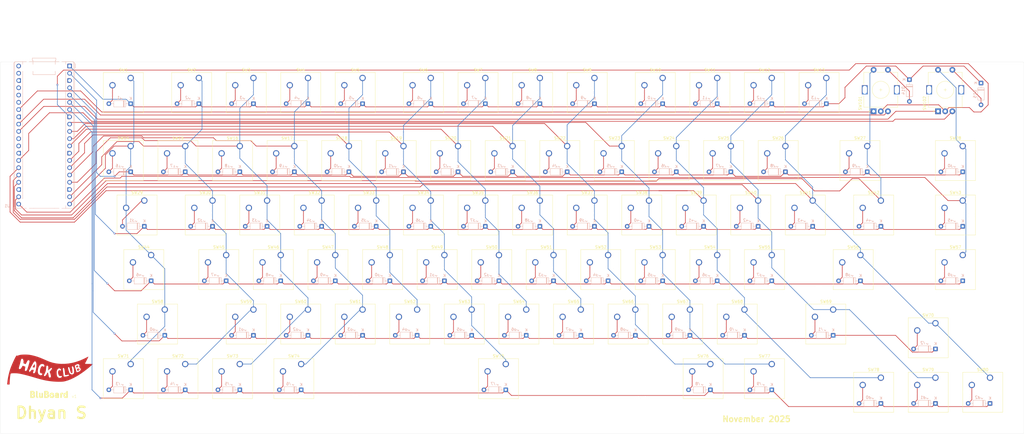
<source format=kicad_pcb>
(kicad_pcb (version 20241229) (generator "pcbnew") (generator_version "9.0")
  (layers (0 "F.Cu" signal) (2 "B.Cu" signal) (13 "F.Paste" user) (15 "B.Paste" user) (5 "F.SilkS" user "F.Silkscreen") (7 "B.SilkS" user "B.Silkscreen") (1 "F.Mask" user) (3 "B.Mask" user) (25 "Edge.Cuts" user))
  (net 0 "")
  (net 1 "Net-(D1-A)")
  (net 2 "C1")
  (net 3 "Net-(D2-A)")
  (net 4 "Net-(D3-A)")
  (net 5 "Net-(D4-A)")
  (net 6 "Net-(D5-A)")
  (net 7 "Net-(D6-A)")
  (net 8 "Net-(D7-A)")
  (net 9 "Net-(D8-A)")
  (net 10 "Net-(D9-A)")
  (net 11 "Net-(D10-A)")
  (net 12 "Net-(D11-A)")
  (net 13 "Net-(D12-A)")
  (net 14 "Net-(D13-A)")
  (net 15 "Net-(D14-A)")
  (net 16 "Net-(D15-A)")
  (net 17 "Net-(D16-A)")
  (net 18 "Net-(D17-A)")
  (net 19 "Net-(D18-A)")
  (net 20 "Net-(D19-A)")
  (net 21 "Net-(D20-A)")
  (net 22 "Net-(D21-A)")
  (net 23 "Net-(D22-A)")
  (net 24 "Net-(D23-A)")
  (net 25 "Net-(D24-A)")
  (net 26 "Net-(D25-A)")
  (net 27 "Net-(D26-A)")
  (net 28 "Net-(D27-A)")
  (net 29 "Net-(D28-A)")
  (net 30 "Net-(D29-A)")
  (net 31 "Net-(D30-A)")
  (net 32 "Net-(D31-A)")
  (net 33 "Net-(D32-A)")
  (net 34 "Net-(D33-A)")
  (net 35 "Net-(D34-A)")
  (net 36 "Net-(D35-A)")
  (net 37 "Net-(D36-A)")
  (net 38 "Net-(D37-A)")
  (net 39 "Net-(D38-A)")
  (net 40 "Net-(D39-A)")
  (net 41 "Net-(D40-A)")
  (net 42 "Net-(D41-A)")
  (net 43 "Net-(D42-A)")
  (net 44 "Net-(D43-A)")
  (net 45 "Net-(D44-A)")
  (net 46 "Net-(D45-A)")
  (net 47 "Net-(D46-A)")
  (net 48 "Net-(D47-A)")
  (net 49 "Net-(D48-A)")
  (net 50 "Net-(D49-A)")
  (net 51 "Net-(D50-A)")
  (net 52 "Net-(D51-A)")
  (net 53 "Net-(D52-A)")
  (net 54 "Net-(D53-A)")
  (net 55 "Net-(D54-A)")
  (net 56 "Net-(D55-A)")
  (net 57 "Net-(D56-A)")
  (net 58 "Net-(D57-A)")
  (net 59 "Net-(D58-A)")
  (net 60 "Net-(D59-A)")
  (net 61 "Net-(D60-A)")
  (net 62 "Net-(D61-A)")
  (net 63 "Net-(D62-A)")
  (net 64 "Net-(D63-A)")
  (net 65 "Net-(D64-A)")
  (net 66 "Net-(D65-A)")
  (net 67 "Net-(D66-A)")
  (net 68 "Net-(D67-A)")
  (net 69 "Net-(D68-A)")
  (net 70 "Net-(D69-A)")
  (net 71 "Net-(D70-A)")
  (net 72 "Net-(D71-A)")
  (net 73 "Net-(D72-A)")
  (net 74 "Net-(D73-A)")
  (net 75 "Net-(D74-A)")
  (net 76 "Net-(D75-A)")
  (net 77 "Net-(D76-A)")
  (net 78 "Net-(D77-A)")
  (net 79 "Net-(D78-A)")
  (net 80 "Net-(D79-A)")
  (net 81 "Net-(D80-A)")
  (net 95 "Net-(D81-A)")
  (net 96 "Net-(D82-A)")
  (net 97 "ENCB")
  (net 98 "GND")
  (net 99 "ENCD")
  (net 100 "ENCA")
  (net 101 "ENCC")
  (net 102 "+5V")
  (net 103 "ROW1")
  (net 104 "ROW2")
  (net 105 "ROW3")
  (net 106 "ROW4")
  (net 107 "ROW5")
  (net 108 "ROW6")
  (net 109 "C2")
  (net 110 "C3")
  (net 111 "C4")
  (net 112 "C5")
  (net 113 "C6")
  (net 114 "C10")
  (net 115 "C7")
  (net 116 "C9")
  (net 117 "C8")
  (net 118 "C11")
  (net 119 "C12")
  (net 120 "C13")
  (net 121 "C14")
  (net 122 "C15")
  (footprint "Button_Switch_Keyboard:SW_Cherry_MX_1.00u_PCB" (layer "F.Cu") (at 157.1625 119.0625)
    (property "Reference" "SW63")
    (property "Value" "b")
  )
  (footprint "Button_Switch_Keyboard:SW_Cherry_MX_1.00u_PCB" (layer "F.Cu") (at 138.1125 119.0625)
    (property "Reference" "SW62")
    (property "Value" "v")
  )
  (footprint "Button_Switch_Keyboard:SW_Cherry_MX_6.25u_PCB" (layer "F.Cu") (at 169.06875 138.1125)
    (property "Reference" "SW75")
    (property "Value" "space")
  )
  (footprint "Button_Switch_Keyboard:SW_Cherry_MX_1.00u_PCB" (layer "F.Cu") (at 228.6 61.9125)
    (property "Reference" "SW24")
    (property "Value" "0)")
  )
  (footprint "Button_Switch_Keyboard:SW_Cherry_MX_1.75u_PCB" (layer "F.Cu") (at 45.24375 100.0125)
    (property "Reference" "SW44")
    (property "Value" "caps lock")
  )
  (footprint "Button_Switch_Keyboard:SW_Cherry_MX_1.00u_PCB" (layer "F.Cu") (at 90.4875 100.0125)
    (property "Reference" "SW46")
    (property "Value" "s")
  )
  (footprint "Button_Switch_Keyboard:SW_Cherry_MX_1.00u_PCB" (layer "F.Cu") (at 261.9375 38.1)
    (property "Reference" "SW12")
    (property "Value" "f11")
  )
  (footprint "Button_Switch_Keyboard:SW_Cherry_MX_1.00u_PCB" (layer "F.Cu") (at 195.2625 119.0625)
    (property "Reference" "SW65")
    (property "Value" "m")
  )
  (footprint "Button_Switch_Keyboard:SW_Cherry_MX_1.00u_PCB" (layer "F.Cu") (at 176.2125 119.0625)
    (property "Reference" "SW64")
    (property "Value" "n")
  )
  (footprint "Button_Switch_Keyboard:SW_Cherry_MX_1.00u_PCB" (layer "F.Cu") (at 80.9625 119.0625)
    (property "Reference" "SW59")
    (property "Value" "z")
  )
  (footprint "Button_Switch_Keyboard:SW_Cherry_MX_1.00u_PCB" (layer "F.Cu") (at 214.3125 119.0625)
    (property "Reference" "SW66")
    (property "Value" ",<")
  )
  (footprint "Button_Switch_Keyboard:SW_Cherry_MX_1.00u_PCB" (layer "F.Cu") (at 223.8375 38.1)
    (property "Reference" "SW10")
    (property "Value" "f9")
  )
  (footprint "Button_Switch_Keyboard:SW_Cherry_MX_1.00u_PCB" (layer "F.Cu") (at 233.3625 119.0625)
    (property "Reference" "SW67")
    (property "Value" ".>")
  )
  (footprint "Button_Switch_Keyboard:SW_Cherry_MX_1.00u_PCB" (layer "F.Cu") (at 257.175 80.9625)
    (property "Reference" "SW40")
    (property "Value" "[{")
  )
  (footprint "Button_Switch_Keyboard:SW_Cherry_MX_1.00u_PCB" (layer "F.Cu") (at 247.65 61.9125)
    (property "Reference" "SW25")
    (property "Value" "-_")
  )
  (footprint "Button_Switch_Keyboard:SW_Cherry_MX_1.00u_PCB" (layer "F.Cu") (at 38.1 38.1)
    (property "Reference" "SW1")
    (property "Value" "esc")
  )
  (footprint "Button_Switch_Keyboard:SW_Cherry_MX_1.00u_PCB" (layer "F.Cu") (at 209.55 61.9125)
    (property "Reference" "SW23")
    (property "Value" "9(")
  )
  (footprint "Button_Switch_Keyboard:SW_Cherry_MX_1.00u_PCB" (layer "F.Cu") (at 123.825 80.9625)
    (property "Reference" "SW33")
    (property "Value" "r")
  )
  (footprint "Button_Switch_Keyboard:SW_Cherry_MX_1.00u_PCB" (layer "F.Cu") (at 161.925 80.9625)
    (property "Reference" "SW35")
    (property "Value" "y")
  )
  (footprint "Button_Switch_Keyboard:SW_Cherry_MX_1.00u_PCB" (layer "F.Cu") (at 38.1 138.1125)
    (property "Reference" "SW71")
    (property "Value" "fn")
  )
  (footprint "Button_Switch_Keyboard:SW_Cherry_MX_1.00u_PCB" (layer "F.Cu") (at 100.0125 119.0625)
    (property "Reference" "SW60")
    (property "Value" "x")
  )
  (footprint "Button_Switch_Keyboard:SW_Cherry_MX_1.00u_PCB" (layer "F.Cu") (at 242.8875 100.0125)
    (property "Reference" "SW54")
    (property "Value" ";:")
  )
  (footprint "Button_Switch_Keyboard:SW_Cherry_MX_1.00u_PCB" (layer "F.Cu") (at 328.6125 61.9125)
    (property "Reference" "SW28")
    (property "Value" "home")
  )
  (footprint "Button_Switch_Keyboard:SW_Cherry_MX_1.00u_PCB" (layer "F.Cu") (at 200.025 38.1)
    (property "Reference" "SW9")
    (property "Value" "f8")
  )
  (footprint "Button_Switch_Keyboard:SW_Cherry_MX_1.00u_PCB" (layer "F.Cu") (at 109.5375 100.0125)
    (property "Reference" "SW47")
    (property "Value" "d")
  )
  (footprint "Button_Switch_Keyboard:SW_Cherry_MX_1.00u_PCB" (layer "F.Cu") (at 128.5875 100.0125)
    (property "Reference" "SW48")
    (property "Value" "f")
  )
  (footprint "Button_Switch_Keyboard:SW_Cherry_MX_2.25u_PCB" (layer "F.Cu") (at 292.89375 100.0125)
    (property "Reference" "SW56")
    (property "Value" "return")
  )
  (footprint "Button_Switch_Keyboard:SW_Cherry_MX_1.00u_PCB" (layer "F.Cu") (at 76.2 138.1125)
    (property "Reference" "SW73")
    (property "Value" "option l")
  )
  (footprint "Button_Switch_Keyboard:SW_Cherry_MX_1.00u_PCB" (layer "F.Cu") (at 190.5 61.9125)
    (property "Reference" "SW22")
    (property "Value" "8*")
  )
  (footprint "Button_Switch_Keyboard:SW_Cherry_MX_1.00u_PCB" (layer "F.Cu") (at 142.875 38.1)
    (property "Reference" "SW6")
    (property "Value" "f5")
  )
  (footprint "Button_Switch_Keyboard:SW_Cherry_MX_1.00u_PCB" (layer "F.Cu") (at 319.0875 123.825)
    (property "Reference" "SW70")
    (property "Value" "up")
  )
  (footprint "Rotary_Encoder:RotaryEncoder_Alps_EC11E-Switch_Vertical_H20mm" (layer "F.Cu") (at 297.5 49.75 90)
    (property "Reference" "SW101")
    (property "Value" "RotaryEncoder_Switch")
  )
  (footprint "LOGO" (layer "F.Cu") (at 10 140)
    (property "Reference" "G***" (hide yes))
    (property "Value" "LOGO" (hide yes))
  )
  (footprint "Button_Switch_Keyboard:SW_Cherry_MX_1.00u_PCB" (layer "F.Cu") (at 57.15 138.1125)
    (property "Reference" "SW72")
    (property "Value" "control")
  )
  (footprint "Button_Switch_Keyboard:SW_Cherry_MX_1.00u_PCB" (layer "F.Cu") (at 300.0375 142.875)
    (property "Reference" "SW78")
    (property "Value" "left")
  )
  (footprint "Button_Switch_Keyboard:SW_Cherry_MX_1.00u_PCB" (layer "F.Cu") (at 252.4125 119.0625)
    (property "Reference" "SW68")
    (property "Value" "/?")
  )
  (footprint "Button_Switch_Keyboard:SW_Cherry_MX_1.00u_PCB" (layer "F.Cu") (at 85.725 80.9625)
    (property "Reference" "SW31")
    (property "Value" "w")
  )
  (footprint "Button_Switch_Keyboard:SW_Cherry_MX_1.00u_PCB" (layer "F.Cu") (at 142.875 80.9625)
    (property "Reference" "SW34")
    (property "Value" "t")
  )
  (footprint "Button_Switch_Keyboard:SW_Cherry_MX_1.00u_PCB" (layer "F.Cu") (at 223.8375 100.0125)
    (property "Reference" "SW53")
    (property "Value" "l")
  )
  (footprint "Button_Switch_Keyboard:SW_Cherry_MX_1.00u_PCB" (layer "F.Cu") (at 180.975 80.9625)
    (property "Reference" "SW36")
    (property "Value" "u")
  )
  (footprint "Button_Switch_Keyboard:SW_Cherry_MX_1.00u_PCB" (layer "F.Cu") (at 166.6875 100.0125)
    (property "Reference" "SW50")
    (property "Value" "h")
  )
  (footprint "Button_Switch_Keyboard:SW_Cherry_MX_2.25u_PCB" (layer "F.Cu") (at 50.00625 119.0625)
    (property "Reference" "SW58")
    (property "Value" "shift l")
  )
  (footprint "Button_Switch_Keyboard:SW_Cherry_MX_1.00u_PCB" (layer "F.Cu") (at 57.15 61.9125)
    (property "Reference" "SW15")
    (property "Value" "1!")
  )
  (footprint "Button_Switch_Keyboard:SW_Cherry_MX_1.00u_PCB" (layer "F.Cu") (at 185.7375 100.0125)
    (property "Reference" "SW51")
    (property "Value" "j")
  )
  (footprint "Button_Switch_Keyboard:SW_Cherry_MX_1.00u_PCB" (layer "F.Cu") (at 152.4 61.9125)
    (property "Reference" "SW20")
    (property "Value" "6^")
  )
  (footprint "Button_Switch_Keyboard:SW_Cherry_MX_1.00u_PCB" (layer "F.Cu") (at 38.1 61.9125)
    (property "Reference" "SW14")
    (property "Value" "`~")
  )
  (footprint "Button_Switch_Keyboard:SW_Cherry_MX_1.00u_PCB" (layer "F.Cu") (at 180.975 38.1)
    (property "Reference" "SW8")
    (property "Value" "f7")
  )
  (footprint "Button_Switch_Keyboard:SW_Cherry_MX_1.00u_PCB" (layer "F.Cu") (at 161.925 38.1)
    (property "Reference" "SW7")
    (property "Value" "f6")
  )
  (footprint "Button_Switch_Keyboard:SW_Cherry_MX_1.25u_PCB" (layer "F.Cu") (at 240.50625 138.1125)
    (property "Reference" "SW76")
    (property "Value" "cmd r")
  )
  (footprint "Button_Switch_Keyboard:SW_Cherry_MX_1.00u_PCB" (layer "F.Cu") (at 238.125 80.9625)
    (property "Reference" "SW39")
    (property "Value" "p")
  )
  (footprint "Button_Switch_Keyboard:SW_Cherry_MX_1.00u_PCB" (layer "F.Cu") (at 319.0875 142.875)
    (property "Reference" "SW79")
    (property "Value" "down")
  )
  (footprint "Button_Switch_Keyboard:SW_Cherry_MX_1.00u_PCB" (layer "F.Cu") (at 66.675 80.9625)
    (property "Reference" "SW30")
    (property "Value" "q")
  )
  (footprint "Button_Switch_Keyboard:SW_Cherry_MX_1.00u_PCB" (layer "F.Cu") (at 280.9875 38.1)
    (property "Reference" "SW13")
    (property "Value" "f12")
  )
  (footprint "Button_Switch_Keyboard:SW_Cherry_MX_1.50u_PCB" (layer "F.Cu") (at 300.0375 80.9625)
    (property "Reference" "SW42")
    (property "Value" "\\|" (hide yes))
  )
  (footprint "Button_Switch_Keyboard:SW_Cherry_MX_1.25u_PCB" (layer "F.Cu") (at 97.63125 138.1125)
    (property "Reference" "SW74")
    (property "Value" "command l")
  )
  (footprint "Button_Switch_Keyboard:SW_Cherry_MX_1.00u_PCB" (layer "F.Cu") (at 104.775 80.9625)
    (property "Reference" "SW32")
    (property "Value" "e")
  )
  (footprint "Button_Switch_Keyboard:SW_Cherry_MX_1.00u_PCB" (layer "F.Cu") (at 261.9375 138.1125)
    (property "Reference" "SW77")
    (property "Value" "option r")
  )
  (footprint "Button_Switch_Keyboard:SW_Cherry_MX_1.00u_PCB" (layer "F.Cu") (at 61.9125 38.1)
    (property "Reference" "SW2")
    (property "Value" "f1")
  )
  (footprint "Button_Switch_Keyboard:SW_Cherry_MX_1.00u_PCB" (layer "F.Cu") (at 261.9375 100.0125)
    (property "Reference" "SW55")
    (property "Value" "'\"")
  )
  (footprint "Button_Switch_Keyboard:SW_Cherry_MX_1.00u_PCB" (layer "F.Cu") (at 328.6125 100.0125)
    (property "Reference" "SW57")
    (property "Value" "down")
  )
  (footprint "Button_Switch_Keyboard:SW_Cherry_MX_1.00u_PCB" (layer "F.Cu") (at 119.0625 38.1)
    (property "Reference" "SW5")
    (property "Value" "f4")
  )
  (footprint "Rotary_Encoder:RotaryEncoder_Alps_EC11E-Switch_Vertical_H20mm" (layer "F.Cu") (at 320 49.75 90)
    (property "Reference" "SW102")
    (property "Value" "RotaryEncoder_Switch" (hide yes))
  )
  (footprint "Button_Switch_Keyboard:SW_Cherry_MX_1.00u_PCB" (layer "F.Cu") (at 242.8875 38.1)
    (property "Reference" "SW11")
    (property "Value" "f10")
  )
  (footprint "Button_Switch_Keyboard:SW_Cherry_MX_1.00u_PCB" (layer "F.Cu") (at 71.4375 100.0125)
    (property "Reference" "SW45")
    (property "Value" "a")
  )
  (footprint "Button_Switch_Keyboard:SW_Cherry_MX_1.00u_PCB" (layer "F.Cu") (at 338.1375 142.875)
    (property "Reference" "SW80")
    (property "Value" "right")
  )
  (footprint "Button_Switch_Keyboard:SW_Cherry_MX_1.00u_PCB" (layer "F.Cu") (at 147.6375 100.0125)
    (property "Reference" "SW49")
    (property "Value" "g")
  )
  (footprint "Button_Switch_Keyboard:SW_Cherry_MX_1.00u_PCB" (layer "F.Cu") (at 171.45 61.9125)
    (property "Reference" "SW21")
    (property "Value" "7&")
  )
  (footprint "Button_Switch_Keyboard:SW_Cherry_MX_1.00u_PCB" (layer "F.Cu") (at 328.6125 80.9625)
    (property "Reference" "SW43")
    (property "Value" "up")
  )
  (footprint "Button_Switch_Keyboard:SW_Cherry_MX_1.00u_PCB" (layer "F.Cu") (at 95.25 61.9125)
    (property "Reference" "SW17")
    (property "Value" "3#")
  )
  (footprint "Button_Switch_Keyboard:SW_Cherry_MX_1.00u_PCB" (layer "F.Cu") (at 119.0625 119.0625)
    (property "Reference" "SW61")
    (property "Value" "c")
  )
  (footprint "Button_Switch_Keyboard:SW_Cherry_MX_2.00u_PCB" (layer "F.Cu") (at 295.275 61.9125)
    (property "Reference" "SW27")
    (property "Value" "delete")
  )
  (footprint "Button_Switch_Keyboard:SW_Cherry_MX_1.00u_PCB" (layer "F.Cu") (at 80.9625 38.1)
    (property "Reference" "SW3")
    (property "Value" "f2")
  )
  (footprint "Button_Switch_Keyboard:SW_Cherry_MX_1.00u_PCB" (layer "F.Cu") (at 266.7 61.9125)
    (property "Reference" "SW26")
    (property "Value" "=+")
  )
  (footprint "Button_Switch_Keyboard:SW_Cherry_MX_1.50u_PCB" (layer "F.Cu") (at 42.8625 80.9625)
    (property "Reference" "SW29")
    (property "Value" "tab")
  )
  (footprint "Button_Switch_Keyboard:SW_Cherry_MX_1.00u_PCB" (layer "F.Cu") (at 114.3 61.9125)
    (property "Reference" "SW18")
    (property "Value" "4$")
  )
  (footprint "Button_Switch_Keyboard:SW_Cherry_MX_1.00u_PCB" (layer "F.Cu") (at 133.35 61.9125)
    (property "Reference" "SW19")
    (property "Value" "5%")
  )
  (footprint "Button_Switch_Keyboard:SW_Cherry_MX_1.00u_PCB" (layer "F.Cu") (at 204.7875 100.0125)
    (property "Reference" "SW52")
    (property "Value" "k")
  )
  (footprint "Button_Switch_Keyboard:SW_Cherry_MX_2.25u_PCB" (layer "F.Cu") (at 283.36875 119.0625)
    (property "Reference" "SW69")
    (property "Value" "shift r")
  )
  (footprint "Button_Switch_Keyboard:SW_Cherry_MX_1.00u_PCB" (layer "F.Cu") (at 200.025 80.9625)
    (property "Reference" "SW37")
    (property "Value" "i")
  )
  (footprint "Button_Switch_Keyboard:SW_Cherry_MX_1.00u_PCB" (layer "F.Cu") (at 76.2 61.9125)
    (property "Reference" "SW16")
    (property "Value" "2@")
  )
  (footprint "Button_Switch_Keyboard:SW_Cherry_MX_1.00u_PCB" (layer "F.Cu") (at 219.075 80.9625)
    (property "Reference" "SW38")
    (property "Value" "o")
  )
  (footprint "Button_Switch_Keyboard:SW_Cherry_MX_1.00u_PCB" (layer "F.Cu") (at 276.225 80.9625)
    (property "Reference" "SW41")
    (property "Value" "}]")
  )
  (footprint "Button_Switch_Keyboard:SW_Cherry_MX_1.00u_PCB" (layer "F.Cu") (at 100.0125 38.1)
    (property "Reference" "SW4")
    (property "Value" "f3")
  )
  (footprint "Diode_THT:D_DO-35_SOD27_P7.62mm_Horizontal" (layer "B.Cu") (at 85.725 89.9625 180)
    (property "Reference" "D33")
    (property "Value" "D")
  )
  (footprint "Diode_THT:D_DO-35_SOD27_P7.62mm_Horizontal" (layer "B.Cu") (at 335 39.88 -90)
    (property "Reference" "D15")
    (property "Value" "D")
  )
  (footprint "Diode_THT:D_DO-35_SOD27_P7.62mm_Horizontal" (layer "B.Cu") (at 114.3 70.9125 180)
    (property "Reference" "D20")
    (property "Value" "D")
  )
  (footprint "Diode_THT:D_DO-35_SOD27_P7.62mm_Horizontal" (layer "B.Cu") (at 185.7375 109.0125 180)
    (property "Reference" "D53")
    (property "Value" "D")
  )
  (footprint "Diode_THT:D_DO-35_SOD27_P7.62mm_Horizontal" (layer "B.Cu") (at 338.1375 151.875 180)
    (property "Reference" "D82")
    (property "Value" "D")
  )
  (footprint "Diode_THT:D_DO-35_SOD27_P7.62mm_Horizontal" (layer "B.Cu") (at 142.875 89.9625 180)
    (property "Reference" "D36")
    (property "Value" "D")
  )
  (footprint "Diode_THT:D_DO-35_SOD27_P7.62mm_Horizontal" (layer "B.Cu") (at 42.8625 89.9625 180)
    (property "Reference" "D31")
    (property "Value" "D")
  )
  (footprint "Diode_THT:D_DO-35_SOD27_P7.62mm_Horizontal" (layer "B.Cu") (at 128.5875 109.0125 180)
    (property "Reference" "D50")
    (property "Value" "D")
  )
  (footprint "Diode_THT:D_DO-35_SOD27_P7.62mm_Horizontal" (layer "B.Cu") (at 276.225 89.9625 180)
    (property "Reference" "D43")
    (property "Value" "D")
  )
  (footprint "Diode_THT:D_DO-35_SOD27_P7.62mm_Horizontal" (layer "B.Cu") (at 310 38.69 -90)
    (property "Reference" "D14")
    (property "Value" "D")
  )
  (footprint "Diode_THT:D_DO-35_SOD27_P7.62mm_Horizontal" (layer "B.Cu") (at 57.15 147.1125 180)
    (property "Reference" "D74")
    (property "Value" "D")
  )
  (footprint "Diode_THT:D_DO-35_SOD27_P7.62mm_Horizontal" (layer "B.Cu") (at 219.075 89.9625 180)
    (property "Reference" "D40")
    (property "Value" "D")
  )
  (footprint "Diode_THT:D_DO-35_SOD27_P7.62mm_Horizontal" (layer "B.Cu") (at 104.775 89.9625 180)
    (property "Reference" "D34")
    (property "Value" "D")
  )
  (footprint "Diode_THT:D_DO-35_SOD27_P7.62mm_Horizontal" (layer "B.Cu") (at 180.975 47.1 180)
    (property "Reference" "D8")
    (property "Value" "D")
  )
  (footprint "Diode_THT:D_DO-35_SOD27_P7.62mm_Horizontal" (layer "B.Cu") (at 223.8375 47.1 180)
    (property "Reference" "D10")
    (property "Value" "D")
  )
  (footprint "Diode_THT:D_DO-35_SOD27_P7.62mm_Horizontal" (layer "B.Cu") (at 328.6125 109.0125 180)
    (property "Reference" "D59")
    (property "Value" "D")
  )
  (footprint "Diode_THT:D_DO-35_SOD27_P7.62mm_Horizontal" (layer "B.Cu") (at 176.2125 128.0625 180)
    (property "Reference" "D66")
    (property "Value" "D")
  )
  (footprint "Diode_THT:D_DO-35_SOD27_P7.62mm_Horizontal" (layer "B.Cu") (at 280.9875 47.1 180)
    (property "Reference" "D13")
    (property "Value" "D")
  )
  (footprint "Diode_THT:D_DO-35_SOD27_P7.62mm_Horizontal" (layer "B.Cu") (at 169.06875 147.1125 180)
    (property "Reference" "D77")
    (property "Value" "D")
  )
  (footprint "Diode_THT:D_DO-35_SOD27_P7.62mm_Horizontal" (layer "B.Cu") (at 300.0375 151.875 180)
    (property "Reference" "D80")
    (property "Value" "D")
  )
  (footprint "Diode_THT:D_DO-35_SOD27_P7.62mm_Horizontal" (layer "B.Cu") (at 97.63125 147.1125 180)
    (property "Reference" "D76")
    (property "Value" "D")
  )
  (footprint "Diode_THT:D_DO-35_SOD27_P7.62mm_Horizontal" (layer "B.Cu") (at 66.675 89.9625 180)
    (property "Reference" "D32")
    (property "Value" "D")
  )
  (footprint "Diode_THT:D_DO-35_SOD27_P7.62mm_Horizontal" (layer "B.Cu") (at 38.1 147.1125 180)
    (property "Reference" "D73")
    (property "Value" "D")
  )
  (footprint "Diode_THT:D_DO-35_SOD27_P7.62mm_Horizontal" (layer "B.Cu") (at 266.7 70.9125 180)
    (property "Reference" "D28")
    (property "Value" "D")
  )
  (footprint "Diode_THT:D_DO-35_SOD27_P7.62mm_Horizontal" (layer "B.Cu") (at 195.2625 128.0625 180)
    (property "Reference" "D67")
    (property "Value" "D")
  )
  (footprint "Diode_THT:D_DO-35_SOD27_P7.62mm_Horizontal" (layer "B.Cu") (at 292.89375 109.0125 180)
    (property "Reference" "D58")
    (property "Value" "D")
  )
  (footprint "Diode_THT:D_DO-35_SOD27_P7.62mm_Horizontal" (layer "B.Cu") (at 295.275 70.9125 180)
    (property "Reference" "D29")
    (property "Value" "D")
  )
  (footprint "Diode_THT:D_DO-35_SOD27_P7.62mm_Horizontal" (layer "B.Cu") (at 200.025 47.1 180)
    (property "Reference" "D9")
    (property "Value" "D")
  )
  (footprint "Diode_THT:D_DO-35_SOD27_P7.62mm_Horizontal" (layer "B.Cu") (at 328.6125 70.9125 180)
    (property "Reference" "D30")
    (property "Value" "D")
  )
  (footprint "Diode_THT:D_DO-35_SOD27_P7.62mm_Horizontal" (layer "B.Cu") (at 257.175 89.9625 180)
    (property "Reference" "D42")
    (property "Value" "D")
  )
  (footprint "Diode_THT:D_DO-35_SOD27_P7.62mm_Horizontal" (layer "B.Cu") (at 57.15 70.9125 180)
    (property "Reference" "D17")
    (property "Value" "D")
  )
  (footprint "Diode_THT:D_DO-35_SOD27_P7.62mm_Horizontal" (layer "B.Cu") (at 119.0625 128.0625 180)
    (property "Reference" "D63")
    (property "Value" "D")
  )
  (footprint "Diode_THT:D_DO-35_SOD27_P7.62mm_Horizontal" (layer "B.Cu") (at 166.6875 109.0125 180)
    (property "Reference" "D52")
    (property "Value" "D")
  )
  (footprint "Diode_THT:D_DO-35_SOD27_P7.62mm_Horizontal" (layer "B.Cu") (at 209.55 70.9125 180)
    (property "Reference" "D25")
    (property "Value" "D")
  )
  (footprint "Diode_THT:D_DO-35_SOD27_P7.62mm_Horizontal" (layer "B.Cu") (at 61.9125 47.1 180)
    (property "Reference" "D2")
    (property "Value" "D")
  )
  (footprint "Diode_THT:D_DO-35_SOD27_P7.62mm_Horizontal" (layer "B.Cu") (at 45.24375 109.0125 180)
    (property "Reference" "D46")
    (property "Value" "D")
  )
  (footprint "Diode_THT:D_DO-35_SOD27_P7.62mm_Horizontal" (layer "B.Cu") (at 328.6125 89.9625 180)
    (property "Reference" "D45")
    (property "Value" "D")
  )
  (footprint "Diode_THT:D_DO-35_SOD27_P7.62mm_Horizontal" (layer "B.Cu") (at 157.1625 128.0625 180)
    (property "Reference" "D65")
    (property "Value" "D")
  )
  (footprint "Diode_THT:D_DO-35_SOD27_P7.62mm_Horizontal" (layer "B.Cu") (at 109.5375 109.0125 180)
    (property "Reference" "D49")
    (property "Value" "D")
  )
  (footprint "Diode_THT:D_DO-35_SOD27_P7.62mm_Horizontal" (layer "B.Cu") (at 142.875 47.1 180)
    (property "Reference" "D6")
    (property "Value" "D")
  )
  (footprint "Diode_THT:D_DO-35_SOD27_P7.62mm_Horizontal" (layer "B.Cu") (at 223.8375 109.0125 180)
    (property "Reference" "D55")
    (property "Value" "D")
  )
  (footprint "Diode_THT:D_DO-35_SOD27_P7.62mm_Horizontal" (layer "B.Cu") (at 80.9625 47.1 180)
    (property "Reference" "D3")
    (property "Value" "D")
  )
  (footprint "Diode_THT:D_DO-35_SOD27_P7.62mm_Horizontal" (layer "B.Cu") (at 238.125 89.9625 180)
    (property "Reference" "D41")
    (property "Value" "D")
  )
  (footprint "Diode_THT:D_DO-35_SOD27_P7.62mm_Horizontal" (layer "B.Cu") (at 319.0875 151.875 180)
    (property "Reference" "D81")
    (property "Value" "D")
  )
  (footprint "Diode_THT:D_DO-35_SOD27_P7.62mm_Horizontal" (layer "B.Cu") (at 95.25 70.9125 180)
    (property "Reference" "D19")
    (property "Value" "D")
  )
  (footprint "Diode_THT:D_DO-35_SOD27_P7.62mm_Horizontal" (layer "B.Cu") (at 283.36875 128.0625 180)
    (property "Reference" "D71")
    (property "Value" "D")
  )
  (footprint "Diode_THT:D_DO-35_SOD27_P7.62mm_Horizontal" (layer "B.Cu") (at 161.925 47.1 180)
    (property "Reference" "D7")
    (property "Value" "D")
  )
  (footprint "Diode_THT:D_DO-35_SOD27_P7.62mm_Horizontal" (layer "B.Cu") (at 71.4375 109.0125 180)
    (property "Reference" "D47")
    (property "Value" "D")
  )
  (footprint "Diode_THT:D_DO-35_SOD27_P7.62mm_Horizontal" (layer "B.Cu") (at 76.2 70.9125 180)
    (property "Reference" "D18")
    (property "Value" "D")
  )
  (footprint "Diode_THT:D_DO-35_SOD27_P7.62mm_Horizontal" (layer "B.Cu") (at 100.0125 128.0625 180)
    (property "Reference" "D62")
    (property "Value" "D")
  )
  (footprint "Diode_THT:D_DO-35_SOD27_P7.62mm_Horizontal" (layer "B.Cu") (at 123.825 89.9625 180)
    (property "Reference" "D35")
    (property "Value" "D")
  )
  (footprint "Diode_THT:D_DO-35_SOD27_P7.62mm_Horizontal" (layer "B.Cu") (at 161.925 89.9625 180)
    (property "Reference" "D37")
    (property "Value" "D")
  )
  (footprint "Diode_THT:D_DO-35_SOD27_P7.62mm_Horizontal" (layer "B.Cu") (at 204.7875 109.0125 180)
    (property "Reference" "D54")
    (property "Value" "D")
  )
  (footprint "Diode_THT:D_DO-35_SOD27_P7.62mm_Horizontal" (layer "B.Cu") (at 242.8875 109.0125 180)
    (property "Reference" "D56")
    (property "Value" "D")
  )
  (footprint "Diode_THT:D_DO-35_SOD27_P7.62mm_Horizontal" (layer "B.Cu") (at 133.35 70.9125 180)
    (property "Reference" "D21")
    (property "Value" "D")
  )
  (footprint "Diode_THT:D_DO-35_SOD27_P7.62mm_Horizontal" (layer "B.Cu") (at 80.9625 128.0625 180)
    (property "Reference" "D61")
    (property "Value" "D")
  )
  (footprint "Module:RaspberryPi_Pico_Common_THT" (layer "B.Cu") (at 16.78 33.92 180)
    (property "Reference" "U1")
    (property "Value" "~")
  )
  (footprint "Diode_THT:D_DO-35_SOD27_P7.62mm_Horizontal" (layer "B.Cu") (at 261.9375 47.1 180)
    (property "Reference" "D12")
    (property "Value" "D")
  )
  (footprint "Diode_THT:D_DO-35_SOD27_P7.62mm_Horizontal" (layer "B.Cu") (at 38.1 47.1 180)
    (property "Reference" "D1")
    (property "Value" "D")
  )
  (footprint "Diode_THT:D_DO-35_SOD27_P7.62mm_Horizontal" (layer "B.Cu") (at 319.0875 132.825 180)
    (property "Reference" "D72")
    (property "Value" "D")
  )
  (footprint "Diode_THT:D_DO-35_SOD27_P7.62mm_Horizontal" (layer "B.Cu") (at 138.1125 128.0625 180)
    (property "Reference" "D64")
    (property "Value" "D")
  )
  (footprint "Diode_THT:D_DO-35_SOD27_P7.62mm_Horizontal" (layer "B.Cu") (at 171.45 70.9125 180)
    (property "Reference" "D23")
    (property "Value" "D")
  )
  (footprint "Diode_THT:D_DO-35_SOD27_P7.62mm_Horizontal" (layer "B.Cu") (at 261.9375 109.0125 180)
    (property "Reference" "D57")
    (property "Value" "D")
  )
  (footprint "Diode_THT:D_DO-35_SOD27_P7.62mm_Horizontal" (layer "B.Cu") (at 180.975 89.9625 180)
    (property "Reference" "D38")
    (property "Value" "D")
  )
  (footprint "Diode_THT:D_DO-35_SOD27_P7.62mm_Horizontal" (layer "B.Cu") (at 233.3625 128.0625 180)
    (property "Reference" "D69")
    (property "Value" "D")
  )
  (footprint "Diode_THT:D_DO-35_SOD27_P7.62mm_Horizontal" (layer "B.Cu") (at 228.6 70.9125 180)
    (property "Reference" "D26")
    (property "Value" "D")
  )
  (footprint "Diode_THT:D_DO-35_SOD27_P7.62mm_Horizontal" (layer "B.Cu") (at 242.8875 47.1 180)
    (property "Reference" "D11")
    (property "Value" "D")
  )
  (footprint "Diode_THT:D_DO-35_SOD27_P7.62mm_Horizontal" (layer "B.Cu") (at 152.4 70.9125 180)
    (property "Reference" "D22")
    (property "Value" "D")
  )
  (footprint "Diode_THT:D_DO-35_SOD27_P7.62mm_Horizontal" (layer "B.Cu") (at 252.4125 128.0625 180)
    (property "Reference" "D70")
    (property "Value" "D")
  )
  (footprint "Diode_THT:D_DO-35_SOD27_P7.62mm_Horizontal" (layer "B.Cu") (at 261.9375 147.1125 180)
    (property "Reference" "D79")
    (property "Value" "D")
  )
  (footprint "Diode_THT:D_DO-35_SOD27_P7.62mm_Horizontal" (layer "B.Cu") (at 214.3125 128.0625 180)
    (property "Reference" "D68")
    (property "Value" "D")
  )
  (footprint "Diode_THT:D_DO-35_SOD27_P7.62mm_Horizontal" (layer "B.Cu") (at 190.5 70.9125 180)
    (property "Reference" "D24")
    (property "Value" "D")
  )
  (footprint "Diode_THT:D_DO-35_SOD27_P7.62mm_Horizontal" (layer "B.Cu") (at 76.2 147.1125 180)
    (property "Reference" "D75")
    (property "Value" "D")
  )
  (footprint "Diode_THT:D_DO-35_SOD27_P7.62mm_Horizontal" (layer "B.Cu") (at 100.0125 47.1 180)
    (property "Reference" "D4")
    (property "Value" "D")
  )
  (footprint "Diode_THT:D_DO-35_SOD27_P7.62mm_Horizontal" (layer "B.Cu") (at 119.0625 47.1 180)
    (property "Reference" "D5")
    (property "Value" "D")
  )
  (footprint "Diode_THT:D_DO-35_SOD27_P7.62mm_Horizontal" (layer "B.Cu") (at 50.00625 128.0625 180)
    (property "Reference" "D60")
    (property "Value" "D")
  )
  (footprint "Diode_THT:D_DO-35_SOD27_P7.62mm_Horizontal" (layer "B.Cu") (at 200.025 89.9625 180)
    (property "Reference" "D39")
    (property "Value" "D")
  )
  (footprint "Diode_THT:D_DO-35_SOD27_P7.62mm_Horizontal" (layer "B.Cu") (at 247.65 70.9125 180)
    (property "Reference" "D27")
    (property "Value" "D")
  )
  (footprint "Diode_THT:D_DO-35_SOD27_P7.62mm_Horizontal" (layer "B.Cu") (at 90.4875 109.0125 180)
    (property "Reference" "D48")
    (property "Value" "D")
  )
  (footprint "Diode_THT:D_DO-35_SOD27_P7.62mm_Horizontal" (layer "B.Cu") (at 240.50625 147.1125 180)
    (property "Reference" "D78")
    (property "Value" "D")
  )
  (footprint "Diode_THT:D_DO-35_SOD27_P7.62mm_Horizontal" (layer "B.Cu") (at 147.6375 109.0125 180)
    (property "Reference" "D51")
    (property "Value" "D")
  )
  (footprint "Diode_THT:D_DO-35_SOD27_P7.62mm_Horizontal" (layer "B.Cu") (at 300.0375 89.9625 180)
    (property "Reference" "D44")
    (property "Value" "D")
  )
  (footprint "Diode_THT:D_DO-35_SOD27_P7.62mm_Horizontal" (layer "B.Cu") (at 38.1 70.9125 180)
    (property "Reference" "D16")
    (property "Value" "D")
  )
  (gr_arc (start -7 162.5) (mid -7.353553 162.353553) (end -7.5 162) (stroke (width 0.05)) (layer "Edge.Cuts"))
  (gr_line (start -7 162.5) (end 349.5 162.5) (stroke (width 0.05)) (layer "Edge.Cuts"))
  (gr_line (start 349.5 32.5) (end -7 32.5) (stroke (width 0.05)) (layer "Edge.Cuts"))
  (gr_arc (start 350 162) (mid 349.853553 162.353553) (end 349.5 162.5) (stroke (width 0.05)) (layer "Edge.Cuts"))
  (gr_line (start -7.5 33) (end -7.5 162) (stroke (width 0.05)) (layer "Edge.Cuts"))
  (gr_arc (start 349.5 32.5) (mid 349.853553 32.646447) (end 350 33) (stroke (width 0.05)) (layer "Edge.Cuts"))
  (gr_arc (start -7.5 33) (mid -7.353553 32.646447) (end -7 32.5) (stroke (width 0.05)) (layer "Edge.Cuts"))
  (gr_line (start 350 162) (end 350 33) (stroke (width 0.05)) (layer "Edge.Cuts"))
  (gr_text "Dhyan S" (at -2.5 157.5 0) (layer "F.SilkS") (effects (font (size 4 4) (thickness 0.75) (bold yes)) (justify left bottom)))
  (gr_text "November 2025" (at 244.5 158.5 0) (layer "F.SilkS") (effects (font (size 2 2) (thickness 0.4) (bold yes)) (justify left bottom)))
  (gr_text "v1" (at 17.5 150 0) (layer "F.SilkS") (effects (font (size 1 1) (thickness 0.1)) (justify left bottom)))
  (gr_text "BluBoard" (at 2.5 150 0) (layer "F.SilkS") (effects (font (size 2 2) (thickness 0.5) (bold yes)) (justify left bottom)))
  (segment (start 31.75 45.83) (end 30.48 47.1) (width 0.2) (layer "F.Cu") (net 1))
  (segment (start 31.75 40.64) (end 31.75 45.83) (width 0.2) (layer "F.Cu") (net 1))
  (segment (start 16.78 82.18) (end 29.279 69.681) (width 0.2) (layer "F.Cu") (net 2))
  (segment (start 29.279 69.681) (end 29.279 64.942186) (width 0.2) (layer "F.Cu") (net 2))
  (segment (start 32.308686 61.9125) (end 29.279 64.942186) (width 0.2) (layer "F.Cu") (net 2))
  (segment (start 38.1 61.9125) (end 32.308686 61.9125) (width 0.2) (layer "F.Cu") (net 2))
  (segment (start 38.1 69.02634) (end 36.5125 70.61384) (width 0.2) (layer "B.Cu") (net 2))
  (segment (start 50.00625 104.775) (end 50.00625 119.0625) (width 0.2) (layer "B.Cu") (net 2))
  (segment (start 45.24375 100.0125) (end 50.00625 104.775) (width 0.2) (layer "B.Cu") (net 2))
  (segment (start 39.201 39.201) (end 39.201 60.8115) (width 0.2) (layer "B.Cu") (net 2))
  (segment (start 38.1 38.1) (end 39.201 39.201) (width 0.2) (layer "B.Cu") (net 2))
  (segment (start 38.1 136.833566) (end 50.00625 124.927316) (width 0.2) (layer "B.Cu") (net 2))
  (segment (start 36.5125 70.61384) (end 36.5125 83.5025) (width 0.2) (layer "B.Cu") (net 2))
  (segment (start 50.00625 124.927316) (end 50.00625 119.0625) (width 0.2) (layer "B.Cu") (net 2))
  (segment (start 36.5125 83.5025) (end 36.5125 91.28125) (width 0.2) (layer "B.Cu") (net 2))
  (segment (start 38.1 138.1125) (end 38.1 136.833566) (width 0.2) (layer "B.Cu") (net 2))
  (segment (start 39.201 60.8115) (end 38.1 61.9125) (width 0.2) (layer "B.Cu") (net 2))
  (segment (start 36.5125 91.28125) (end 45.24375 100.0125) (width 0.2) (layer "B.Cu") (net 2))
  (segment (start 38.1 61.9125) (end 38.1 69.02634) (width 0.2) (layer "B.Cu") (net 2))
  (segment (start 55.5625 40.64) (end 55.5625 45.83) (width 0.2) (layer "F.Cu") (net 3))
  (segment (start 55.5625 45.83) (end 54.2925 47.1) (width 0.2) (layer "F.Cu") (net 3))
  (segment (start 74.6125 45.83) (end 73.3425 47.1) (width 0.2) (layer "F.Cu") (net 4))
  (segment (start 74.6125 40.64) (end 74.6125 45.83) (width 0.2) (layer "F.Cu") (net 4))
  (segment (start 93.6625 45.83) (end 92.3925 47.1) (width 0.2) (layer "F.Cu") (net 5))
  (segment (start 93.6625 40.64) (end 93.6625 45.83) (width 0.2) (layer "F.Cu") (net 5))
  (segment (start 112.7125 45.83) (end 111.4425 47.1) (width 0.2) (layer "F.Cu") (net 6))
  (segment (start 112.7125 40.64) (end 112.7125 45.83) (width 0.2) (layer "F.Cu") (net 6))
  (segment (start 136.525 40.64) (end 136.525 45.83) (width 0.2) (layer "F.Cu") (net 7))
  (segment (start 136.525 45.83) (end 135.255 47.1) (width 0.2) (layer "F.Cu") (net 7))
  (segment (start 155.575 40.64) (end 155.575 45.83) (width 0.2) (layer "F.Cu") (net 8))
  (segment (start 155.575 45.83) (end 154.305 47.1) (width 0.2) (layer "F.Cu") (net 8))
  (segment (start 174.625 45.83) (end 173.355 47.1) (width 0.2) (layer "F.Cu") (net 9))
  (segment (start 174.625 40.64) (end 174.625 45.83) (width 0.2) (layer "F.Cu") (net 9))
  (segment (start 193.675 45.83) (end 192.405 47.1) (width 0.2) (layer "F.Cu") (net 10))
  (segment (start 193.675 40.64) (end 193.675 45.83) (width 0.2) (layer "F.Cu") (net 10))
  (segment (start 217.4875 45.83) (end 216.2175 47.1) (width 0.2) (layer "F.Cu") (net 11))
  (segment (start 217.4875 40.64) (end 217.4875 45.83) (width 0.2) (layer "F.Cu") (net 11))
  (segment (start 236.5375 40.64) (end 236.5375 45.83) (width 0.2) (layer "F.Cu") (net 12))
  (segment (start 236.5375 45.83) (end 235.2675 47.1) (width 0.2) (layer "F.Cu") (net 12))
  (segment (start 255.5875 45.83) (end 254.3175 47.1) (width 0.2) (layer "F.Cu") (net 13))
  (segment (start 255.5875 40.64) (end 255.5875 45.83) (width 0.2) (layer "F.Cu") (net 13))
  (segment (start 274.6375 45.83) (end 273.3675 47.1) (width 0.2) (layer "F.Cu") (net 14))
  (segment (start 274.6375 40.64) (end 274.6375 45.83) (width 0.2) (layer "F.Cu") (net 14))
  (segment (start 310 42.75) (end 310 46.31) (width 0.2) (layer "F.Cu") (net 15))
  (segment (start 302.5 35.25) (end 310 42.75) (width 0.2) (layer "F.Cu") (net 15))
  (segment (start 335 47.5) (end 335 45.25) (width 0.2) (layer "F.Cu") (net 16))
  (segment (start 335 45.25) (end 325 35.25) (width 0.2) (layer "F.Cu") (net 16))
  (segment (start 31.75 69.6425) (end 30.48 70.9125) (width 0.2) (layer "F.Cu") (net 17))
  (segment (start 31.75 64.4525) (end 31.75 69.6425) (width 0.2) (layer "F.Cu") (net 17))
  (segment (start 50.8 64.4525) (end 50.8 69.6425) (width 0.2) (layer "F.Cu") (net 18))
  (segment (start 50.8 69.6425) (end 49.53 70.9125) (width 0.2) (layer "F.Cu") (net 18))
  (segment (start 69.85 64.4525) (end 69.85 69.6425) (width 0.2) (layer "F.Cu") (net 19))
  (segment (start 69.85 69.6425) (end 68.58 70.9125) (width 0.2) (layer "F.Cu") (net 19))
  (segment (start 88.9 69.6425) (end 87.63 70.9125) (width 0.2) (layer "F.Cu") (net 20))
  (segment (start 88.9 64.4525) (end 88.9 69.6425) (width 0.2) (layer "F.Cu") (net 20))
  (segment (start 107.95 64.4525) (end 107.95 69.6425) (width 0.2) (layer "F.Cu") (net 21))
  (segment (start 107.95 69.6425) (end 106.68 70.9125) (width 0.2) (layer "F.Cu") (net 21))
  (segment (start 127 69.6425) (end 125.73 70.9125) (width 0.2) (layer "F.Cu") (net 22))
  (segment (start 127 64.4525) (end 127 69.6425) (width 0.2) (layer "F.Cu") (net 22))
  (segment (start 146.05 69.6425) (end 144.78 70.9125) (width 0.2) (layer "F.Cu") (net 23))
  (segment (start 146.05 64.4525) (end 146.05 69.6425) (width 0.2) (layer "F.Cu") (net 23))
  (segment (start 165.1 64.4525) (end 165.1 69.6425) (width 0.2) (layer "F.Cu") (net 24))
  (segment (start 165.1 69.6425) (end 163.83 70.9125) (width 0.2) (layer "F.Cu") (net 24))
  (segment (start 184.15 64.4525) (end 184.15 69.6425) (width 0.2) (layer "F.Cu") (net 25))
  (segment (start 184.15 69.6425) (end 182.88 70.9125) (width 0.2) (layer "F.Cu") (net 25))
  (segment (start 203.2 64.4525) (end 203.2 69.6425) (width 0.2) (layer "F.Cu") (net 26))
  (segment (start 203.2 69.6425) (end 201.93 70.9125) (width 0.2) (layer "F.Cu") (net 26))
  (segment (start 222.25 64.4525) (end 222.25 69.6425) (width 0.2) (layer "F.Cu") (net 27))
  (segment (start 222.25 69.6425) (end 220.98 70.9125) (width 0.2) (layer "F.Cu") (net 27))
  (segment (start 241.3 69.6425) (end 240.03 70.9125) (width 0.2) (layer "F.Cu") (net 28))
  (segment (start 241.3 64.4525) (end 241.3 69.6425) (width 0.2) (layer "F.Cu") (net 28))
  (segment (start 260.35 64.4525) (end 260.35 69.6425) (width 0.2) (layer "F.Cu") (net 29))
  (segment (start 260.35 69.6425) (end 259.08 70.9125) (width 0.2) (layer "F.Cu") (net 29))
  (segment (start 288.925 69.6425) (end 287.655 70.9125) (width 0.2) (layer "F.Cu") (net 30))
  (segment (start 288.925 64.4525) (end 288.925 69.6425) (width 0.2) (layer "F.Cu") (net 30))
  (segment (start 322.2625 69.6425) (end 320.9925 70.9125) (width 0.2) (layer "F.Cu") (net 31))
  (segment (start 322.2625 64.4525) (end 322.2625 69.6425) (width 0.2) (layer "F.Cu") (net 31))
  (segment (start 42.8625 80.9625) (end 42.02097 80.9625) (width 0.2) (layer "F.Cu") (net 32))
  (segment (start 42.02097 80.9625) (end 35.2425 87.74097) (width 0.2) (layer "F.Cu") (net 32))
  (segment (start 35.2425 87.74097) (end 35.2425 89.9625) (width 0.2) (layer "F.Cu") (net 32))
  (segment (start 60.325 83.5025) (end 60.325 88.6925) (width 0.2) (layer "F.Cu") (net 33))
  (segment (start 60.325 88.6925) (end 59.055 89.9625) (width 0.2) (layer "F.Cu") (net 33))
  (segment (start 79.375 88.6925) (end 78.105 89.9625) (width 0.2) (layer "F.Cu") (net 34))
  (segment (start 79.375 83.5025) (end 79.375 88.6925) (width 0.2) (layer "F.Cu") (net 34))
  (segment (start 98.425 88.6925) (end 97.155 89.9625) (width 0.2) (layer "F.Cu") (net 35))
  (segment (start 98.425 83.5025) (end 98.425 88.6925) (width 0.2) (layer "F.Cu") (net 35))
  (segment (start 117.475 88.6925) (end 116.205 89.9625) (width 0.2) (layer "F.Cu") (net 36))
  (segment (start 117.475 83.5025) (end 117.475 88.6925) (width 0.2) (layer "F.Cu") (net 36))
  (segment (start 136.525 83.5025) (end 136.525 88.6925) (width 0.2) (layer "F.Cu") (net 37))
  (segment (start 136.525 88.6925) (end 135.255 89.9625) (width 0.2) (layer "F.Cu") (net 37))
  (segment (start 155.575 88.6925) (end 154.305 89.9625) (width 0.2) (layer "F.Cu") (net 38))
  (segment (start 155.575 83.5025) (end 155.575 88.6925) (width 0.2) (layer "F.Cu") (net 38))
  (segment (start 174.625 83.5025) (end 174.625 88.6925) (width 0.2) (layer "F.Cu") (net 39))
  (segment (start 174.625 88.6925) (end 173.355 89.9625) (width 0.2) (layer "F.Cu") (net 39))
  (segment (start 193.675 88.6925) (end 192.405 89.9625) (width 0.2) (layer "F.Cu") (net 40))
  (segment (start 193.675 83.5025) (end 193.675 88.6925) (width 0.2) (layer "F.Cu") (net 40))
  (segment (start 212.725 83.5025) (end 212.725 88.6925) (width 0.2) (layer "F.Cu") (net 41))
  (segment (start 212.725 88.6925) (end 211.455 89.9625) (width 0.2) (layer "F.Cu") (net 41))
  (segment (start 231.775 88.6925) (end 230.505 89.9625) (width 0.2) (layer "F.Cu") (net 42))
  (segment (start 231.775 83.5025) (end 231.775 88.6925) (width 0.2) (layer "F.Cu") (net 42))
  (segment (start 250.825 88.6925) (end 249.555 89.9625) (width 0.2) (layer "F.Cu") (net 43))
  (segment (start 250.825 83.5025) (end 250.825 88.6925) (width 0.2) (layer "F.Cu") (net 43))
  (segment (start 269.875 88.6925) (end 268.605 89.9625) (width 0.2) (layer "F.Cu") (net 44))
  (segment (start 269.875 83.5025) (end 269.875 88.6925) (width 0.2) (layer "F.Cu") (net 44))
  (segment (start 293.6875 88.6925) (end 292.4175 89.9625) (width 0.2) (layer "F.Cu") (net 45))
  (segment (start 293.6875 83.5025) (end 293.6875 88.6925) (width 0.2) (layer "F.Cu") (net 45))
  (segment (start 322.2625 88.6925) (end 320.9925 89.9625) (width 0.2) (layer "F.Cu") (net 46))
  (segment (start 322.2625 83.5025) (end 322.2625 88.6925) (width 0.2) (layer "F.Cu") (net 46))
  (segment (start 38.89375 107.7425) (end 37.62375 109.0125) (width 0.2) (layer "F.Cu") (net 47))
  (segment (start 38.89375 102.5525) (end 38.89375 107.7425) (width 0.2) (layer "F.Cu") (net 47))
  (segment (start 65.0875 102.5525) (end 65.0875 107.7425) (width 0.2) (layer "F.Cu") (net 48))
  (segment (start 65.0875 107.7425) (end 63.8175 109.0125) (width 0.2) (layer "F.Cu") (net 48))
  (segment (start 84.1375 102.5525) (end 84.1375 107.7425) (width 0.2) (layer "F.Cu") (net 49))
  (segment (start 84.1375 107.7425) (end 82.8675 109.0125) (width 0.2) (layer "F.Cu") (net 49))
  (segment (start 103.1875 107.7425) (end 101.9175 109.0125) (width 0.2) (layer "F.Cu") (net 50))
  (segment (start 103.1875 102.5525) (end 103.1875 107.7425) (width 0.2) (layer "F.Cu") (net 50))
  (segment (start 122.2375 102.5525) (end 122.2375 107.7425) (width 0.2) (layer "F.Cu") (net 51))
  (segment (start 122.2375 107.7425) (end 120.9675 109.0125) (width 0.2) (layer "F.Cu") (net 51))
  (segment (start 141.2875 102.5525) (end 141.2875 107.7425) (width 0.2) (layer "F.Cu") (net 52))
  (segment (start 141.2875 107.7425) (end 140.0175 109.0125) (width 0.2) (layer "F.Cu") (net 52))
  (segment (start 160.3375 102.5525) (end 160.3375 107.7425) (width 0.2) (layer "F.Cu") (net 53))
  (segment (start 160.3375 107.7425) (end 159.0675 109.0125) (width 0.2) (layer "F.Cu") (net 53))
  (segment (start 179.3875 102.5525) (end 179.3875 107.7425) (width 0.2) (layer "F.Cu") (net 54))
  (segment (start 179.3875 107.7425) (end 178.1175 109.0125) (width 0.2) (layer "F.Cu") (net 54))
  (segment (start 198.4375 107.7425) (end 197.1675 109.0125) (width 0.2) (layer "F.Cu") (net 55))
  (segment (start 198.4375 102.5525) (end 198.4375 107.7425) (width 0.2) (layer "F.Cu") (net 55))
  (segment (start 217.4875 107.7425) (end 216.2175 109.0125) (width 0.2) (layer "F.Cu") (net 56))
  (segment (start 217.4875 102.5525) (end 217.4875 107.7425) (width 0.2) (layer "F.Cu") (net 56))
  (segment (start 236.5375 102.5525) (end 236.5375 107.7425) (width 0.2) (layer "F.Cu") (net 57))
  (segment (start 236.5375 107.7425) (end 235.2675 109.0125) (width 0.2) (layer "F.Cu") (net 57))
  (segment (start 255.5875 102.5525) (end 255.5875 107.7425) (width 0.2) (layer "F.Cu") (net 58))
  (segment (start 255.5875 107.7425) (end 254.3175 109.0125) (width 0.2) (layer "F.Cu") (net 58))
  (segment (start 286.54375 102.5525) (end 286.54375 107.7425) (width 0.2) (layer "F.Cu") (net 59))
  (segment (start 286.54375 107.7425) (end 285.27375 109.0125) (width 0.2) (layer "F.Cu") (net 59))
  (segment (start 322.2625 102.5525) (end 322.2625 107.7425) (width 0.2) (layer "F.Cu") (net 60))
  (segment (start 322.2625 107.7425) (end 320.9925 109.0125) (width 0.2) (layer "F.Cu") (net 60))
  (segment (start 43.65625 121.6025) (end 43.65625 126.7925) (width 0.2) (layer "F.Cu") (net 61))
  (segment (start 43.65625 126.7925) (end 42.38625 128.0625) (width 0.2) (layer "F.Cu") (net 61))
  (segment (start 74.6125 126.7925) (end 73.3425 128.0625) (width 0.2) (layer "F.Cu") (net 62))
  (segment (start 74.6125 121.6025) (end 74.6125 126.7925) (width 0.2) (layer "F.Cu") (net 62))
  (segment (start 93.6625 126.7925) (end 92.3925 128.0625) (width 0.2) (layer "F.Cu") (net 63))
  (segment (start 93.6625 121.6025) (end 93.6625 126.7925) (width 0.2) (layer "F.Cu") (net 63))
  (segment (start 112.7125 121.6025) (end 112.7125 126.7925) (width 0.2) (layer "F.Cu") (net 64))
  (segment (start 112.7125 126.7925) (end 111.4425 128.0625) (width 0.2) (layer "F.Cu") (net 64))
  (segment (start 131.7625 121.6025) (end 131.7625 126.7925) (width 0.2) (layer "F.Cu") (net 65))
  (segment (start 131.7625 126.7925) (end 130.4925 128.0625) (width 0.2) (layer "F.Cu") (net 65))
  (segment (start 150.8125 126.7925) (end 149.5425 128.0625) (width 0.2) (layer "F.Cu") (net 66))
  (segment (start 150.8125 121.6025) (end 150.8125 126.7925) (width 0.2) (layer "F.Cu") (net 66))
  (segment (start 169.8625 126.7925) (end 168.5925 128.0625) (width 0.2) (layer "F.Cu") (net 67))
  (segment (start 169.8625 121.6025) (end 169.8625 126.7925) (width 0.2) (layer "F.Cu") (net 67))
  (segment (start 188.9125 121.6025) (end 188.9125 126.7925) (width 0.2) (layer "F.Cu") (net 68))
  (segment (start 188.9125 126.7925) (end 187.6425 128.0625) (width 0.2) (layer "F.Cu") (net 68))
  (segment (start 207.9625 126.7925) (end 206.6925 128.0625) (width 0.2) (layer "F.Cu") (net 69))
  (segment (start 207.9625 121.6025) (end 207.9625 126.7925) (width 0.2) (layer "F.Cu") (net 69))
  (segment (start 227.0125 121.6025) (end 227.0125 126.7925) (width 0.2) (layer "F.Cu") (net 70))
  (segment (start 227.0125 126.7925) (end 225.7425 128.0625) (width 0.2) (layer "F.Cu") (net 70))
  (segment (start 246.0625 126.7925) (end 244.7925 128.0625) (width 0.2) (layer "F.Cu") (net 71))
  (segment (start 246.0625 121.6025) (end 246.0625 126.7925) (width 0.2) (layer "F.Cu") (net 71))
  (segment (start 277.01875 126.7925) (end 275.74875 128.0625) (width 0.2) (layer "F.Cu") (net 72))
  (segment (start 277.01875 121.6025) (end 277.01875 126.7925) (width 0.2) (layer "F.Cu") (net 72))
  (segment (start 312.7375 131.555) (end 311.4675 132.825) (width 0.2) (layer "F.Cu") (net 73))
  (segment (start 312.7375 126.365) (end 312.7375 131.555) (width 0.2) (layer "F.Cu") (net 73))
  (segment (start 31.75 140.6525) (end 31.75 145.8425) (width 0.2) (layer "F.Cu") (net 74))
  (segment (start 31.75 145.8425) (end 30.48 147.1125) (width 0.2) (layer "F.Cu") (net 74))
  (segment (start 50.8 145.8425) (end 49.53 147.1125) (width 0.2) (layer "F.Cu") (net 75))
  (segment (start 50.8 140.6525) (end 50.8 145.8425) (width 0.2) (layer "F.Cu") (net 75))
  (segment (start 69.85 145.8425) (end 68.58 147.1125) (width 0.2) (layer "F.Cu") (net 76))
  (segment (start 69.85 140.6525) (end 69.85 145.8425) (width 0.2) (layer "F.Cu") (net 76))
  (segment (start 91.28125 140.6525) (end 91.28125 145.8425) (width 0.2) (layer "F.Cu") (net 77))
  (segment (start 91.28125 145.8425) (end 90.01125 147.1125) (width 0.2) (layer "F.Cu") (net 77))
  (segment (start 162.71875 145.8425) (end 161.44875 147.1125) (width 0.2) (layer "F.Cu") (net 78))
  (segment (start 162.71875 140.6525) (end 162.71875 145.8425) (width 0.2) (layer "F.Cu") (net 78))
  (segment (start 234.15625 145.8425) (end 232.88625 147.1125) (width 0.2) (layer "F.Cu") (net 79))
  (segment (start 234.15625 140.6525) (end 234.15625 145.8425) (width 0.2) (layer "F.Cu") (net 79))
  (segment (start 255.5875 140.6525) (end 255.5875 145.8425) (width 0.2) (layer "F.Cu") (net 80))
  (segment (start 255.5875 145.8425) (end 254.3175 147.1125) (width 0.2) (layer "F.Cu") (net 80))
  (segment (start 293.6875 150.605) (end 292.4175 151.875) (width 0.2) (layer "F.Cu") (net 81))
  (segment (start 293.6875 145.415) (end 293.6875 150.605) (width 0.2) (layer "F.Cu") (net 81))
  (segment (start 312.7375 145.415) (end 312.7375 150.605) (width 0.2) (layer "F.Cu") (net 95))
  (segment (start 312.7375 150.605) (end 311.4675 151.875) (width 0.2) (layer "F.Cu") (net 95))
  (segment (start 331.7875 145.415) (end 331.7875 150.605) (width 0.2) (layer "F.Cu") (net 96))
  (segment (start 331.7875 150.605) (end 330.5175 151.875) (width 0.2) (layer "F.Cu") (net 96))
  (segment (start 7.721 45.519) (end 22.019 45.519) (width 0.2) (layer "F.Cu") (net 97))
  (segment (start 22.019 45.519) (end 27.551 51.051) (width 0.2) (layer "F.Cu") (net 97))
  (segment (start -1 54.24) (end 7.721 45.519) (width 0.2) (layer "F.Cu") (net 97))
  (segment (start 27.551 51.051) (end 301.199 51.051) (width 0.2) (layer "F.Cu") (net 97))
  (segment (start 301.199 51.051) (end 302.5 49.75) (width 0.2) (layer "F.Cu") (net 97))
  (segment (start 302.25 47.5) (end 320.25 47.5) (width 0.2) (layer "F.Cu") (net 98))
  (segment (start 12.5 37.5) (end 14.641 35.359) (width 0.2) (layer "F.Cu") (net 98))
  (segment (start 330.601 33.101) (end 337.5 40) (width 0.2) (layer "F.Cu") (net 98))
  (segment (start 337.5 47.5) (end 335 50) (width 0.2) (layer "F.Cu") (net 98))
  (segment (start 335 50) (end 332.5 50) (width 0.2) (layer "F.Cu") (net 98))
  (segment (start 14.641 35.359) (end 289 35.359) (width 0.2) (layer "F.Cu") (net 98))
  (segment (start 323.801 48.449) (end 322.5 49.75) (width 0.2) (layer "F.Cu") (net 98))
  (segment (start 337.5 40) (end 337.5 47.5) (width 0.2) (layer "F.Cu") (net 98))
  (segment (start 332.5 50) (end 330.949 48.449) (width 0.2) (layer "F.Cu") (net 98))
  (segment (start 330.949 48.449) (end 323.801 48.449) (width 0.2) (layer "F.Cu") (net 98))
  (segment (start 300 49.75) (end 302.25 47.5) (width 0.2) (layer "F.Cu") (net 98))
  (segment (start 291.258 33.101) (end 330.601 33.101) (width 0.2) (layer "F.Cu") (net 98))
  (segment (start 320.25 47.5) (end 322.5 49.75) (width 0.2) (layer "F.Cu") (net 98))
  (segment (start 12.5 40.5) (end 12.5 37.5) (width 0.2) (layer "F.Cu") (net 98))
  (segment (start 289 35.359) (end 291.258 33.101) (width 0.2) (layer "F.Cu") (net 98))
  (via (at 12.5 40.5) (size 0.6) (drill 0.3) (layers "F.Cu" "B.Cu") (net 98))
  (segment (start 12.5 40.5) (end 12.5 47.42) (width 0.2) (layer "B.Cu") (net 98))
  (segment (start 12.5 47.42) (end 16.78 51.7) (width 0.2) (layer "B.Cu") (net 98))
  (segment (start 24.489 53.25) (end 21.5 50.261) (width 0.2) (layer "F.Cu") (net 99))
  (segment (start 325 49.75) (end 322.25 52.5) (width 0.2) (layer "F.Cu") (net 99))
  (segment (start 2.5 63.44) (end -1 66.94) (width 0.2) (layer "F.Cu") (net 99))
  (segment (start 305 52.5) (end 304.25 53.25) (width 0.2) (layer "F.Cu") (net 99))
  (segment (start 21.5 50.261) (end 9.739 50.261) (width 0.2) (layer "F.Cu") (net 99))
  (segment (start 322.25 52.5) (end 305 52.5) (width 0.2) (layer "F.Cu") (net 99))
  (segment (start 304.25 53.25) (end 24.489 53.25) (width 0.2) (layer "F.Cu") (net 99))
  (segment (start 9.739 50.261) (end 2.5 57.5) (width 0.2) (layer "F.Cu") (net 99))
  (segment (start 2.5 57.5) (end 2.5 63.44) (width 0.2) (layer "F.Cu") (net 99))
  (segment (start 297.25 50) (end 28 50) (width 0.2) (layer "F.Cu") (net 100))
  (segment (start 5.519 42.641) (end -1 49.16) (width 0.2) (layer "F.Cu") (net 100))
  (segment (start 28 50) (end 20.641 42.641) (width 0.2) (layer "F.Cu") (net 100))
  (segment (start 20.641 42.641) (end 5.519 42.641) (width 0.2) (layer "F.Cu") (net 100))
  (segment (start 297.5 49.75) (end 297.25 50) (width 0.2) (layer "F.Cu") (net 100))
  (segment (start -1 56.78) (end 7.721 48.059) (width 0.2) (layer "F.Cu") (net 101))
  (segment (start 7.721 48.059) (end 22.059 48.059) (width 0.2) (layer "F.Cu") (net 101))
  (segment (start 26.5 52.5) (end 302.5 52.5) (width 0.2) (layer "F.Cu") (net 101))
  (segment (start 305.25 49.75) (end 320 49.75) (width 0.2) (layer "F.Cu") (net 101))
  (segment (start 22.059 48.059) (end 26.5 52.5) (width 0.2) (layer "F.Cu") (net 101))
  (segment (start 302.5 52.5) (end 305.25 49.75) (width 0.2) (layer "F.Cu") (net 101))
  (segment (start 79.8615 48.201) (end 63.0135 48.201) (width 0.2) (layer "F.Cu") (net 103))
  (segment (start 310 38.69) (end 305.259 33.949) (width 0.2) (layer "F.Cu") (net 103))
  (segment (start 287.5 45) (end 287.5 41.3875) (width 0.2) (layer "F.Cu") (net 103))
  (segment (start 120.1635 48.201) (end 141.774 48.201) (width 0.2) (layer "F.Cu") (net 103))
  (segment (start 101.1135 48.201) (end 100.0125 47.1) (width 0.2) (layer "F.Cu") (net 103))
  (segment (start 39.201 48.201) (end 60.8115 48.201) (width 0.2) (layer "F.Cu") (net 103))
  (segment (start 141.774 48.201) (end 142.875 47.1) (width 0.2) (layer "F.Cu") (net 103))
  (segment (start 143.976 48.201) (end 142.875 47.1) (width 0.2) (layer "F.Cu") (net 103))
  (segment (start 314.741 33.949) (end 329.069 33.949) (width 0.2) (layer "F.Cu") (net 103))
  (segment (start 182.076 48.201) (end 180.975 47.1) (width 0.2) (layer "F.Cu") (net 103))
  (segment (start 224.9385 48.201) (end 223.8375 47.1) (width 0.2) (layer "F.Cu") (net 103))
  (segment (start 200.025 47.1) (end 198.924 48.201) (width 0.2) (layer "F.Cu") (net 103))
  (segment (start 38.1 47.1) (end 39.201 48.201) (width 0.2) (layer "F.Cu") (net 103))
  (segment (start 200.025 47.1) (end 201.126 48.201) (width 0.2) (layer "F.Cu") (net 103))
  (segment (start 241.7865 48.201) (end 224.9385 48.201) (width 0.2) (layer "F.Cu") (net 103))
  (segment (start 280.9875 47.1) (end 279.8865 48.201) (width 0.2) (layer "F.Cu") (net 103))
  (segment (start 98.9115 48.201) (end 82.0635 48.201) (width 0.2) (layer "F.Cu") (net 103))
  (segment (start 280.9875 47.1) (end 285.4 47.1) (width 0.2) (layer "F.Cu") (net 103))
  (segment (start 117.9615 48.201) (end 101.1135 48.201) (width 0.2) (layer "F.Cu") (net 103))
  (segment (start 310 38.69) (end 314.741 33.949) (width 0.2) (layer "F.Cu") (net 103))
  (segment (start 119.0625 47.1) (end 120.1635 48.201) (width 0.2) (layer "F.Cu") (net 103))
  (segment (start 100.0125 47.1) (end 98.9115 48.201) (width 0.2) (layer "F.Cu") (net 103))
  (segment (start 163.026 48.201) (end 179.874 48.201) (width 0.2) (layer "F.Cu") (net 103))
  (segment (start 243.9885 48.201) (end 242.8875 47.1) (width 0.2) (layer "F.Cu") (net 103))
  (segment (start 179.874 48.201) (end 180.975 47.1) (width 0.2) (layer "F.Cu") (net 103))
  (segment (start 82.0635 48.201) (end 80.9625 47.1) (width 0.2) (layer "F.Cu") (net 103))
  (segment (start 329.069 33.949) (end 335 39.88) (width 0.2) (layer "F.Cu") (net 103))
  (segment (start 161.925 47.1) (end 163.026 48.201) (width 0.2) (layer "F.Cu") (net 103))
  (segment (start 279.8865 48.201) (end 263.0385 48.201) (width 0.2) (layer "F.Cu") (net 103))
  (segment (start 263.0385 48.201) (end 261.9375 47.1) (width 0.2) (layer "F.Cu") (net 103))
  (segment (start 261.9375 47.1) (end 260.8365 48.201) (width 0.2) (layer "F.Cu") (net 103))
  (segment (start 285.4 47.1) (end 287.5 45) (width 0.2) (layer "F.Cu") (net 103))
  (segment (start 60.8115 48.201) (end 61.9125 47.1) (width 0.2) (layer "F.Cu") (net 103))
  (segment (start 242.8875 47.1) (end 241.7865 48.201) (width 0.2) (layer "F.Cu") (net 103))
  (segment (start 119.0625 47.1) (end 117.9615 48.201) (width 0.2) (layer "F.Cu") (net 103))
  (segment (start 160.824 48.201) (end 143.976 48.201) (width 0.2) (layer "F.Cu") (net 103))
  (segment (start 294.9385 33.949) (end 287.5 41.3875) (width 0.2) (layer "F.Cu") (net 103))
  (segment (start 80.9625 47.1) (end 79.8615 48.201) (width 0.2) (layer "F.Cu") (net 103))
  (segment (start 161.925 47.1) (end 160.824 48.201) (width 0.2) (layer "F.Cu") (net 103))
  (segment (start 222.7365 48.201) (end 223.8375 47.1) (width 0.2) (layer "F.Cu") (net 103))
  (segment (start 260.8365 48.201) (end 243.9885 48.201) (width 0.2) (layer "F.Cu") (net 103))
  (segment (start 305.259 33.949) (end 294.9385 33.949) (width 0.2) (layer "F.Cu") (net 103))
  (segment (start 63.0135 48.201) (end 61.9125 47.1) (width 0.2) (layer "F.Cu") (net 103))
  (segment (start 201.126 48.201) (end 222.7365 48.201) (width 0.2) (layer "F.Cu") (net 103))
  (segment (start 198.924 48.201) (end 182.076 48.201) (width 0.2) (layer "F.Cu") (net 103))
  (segment (start 36.531 45.531) (end 28.391 45.531) (width 0.2) (layer "B.Cu") (net 103))
  (segment (start 38.1 47.1) (end 36.531 45.531) (width 0.2) (layer "B.Cu") (net 103))
  (segment (start 28.391 45.531) (end 16.78 33.92) (width 0.2) (layer "B.Cu") (net 103))
  (segment (start 39.201 72.0135) (end 56.049 72.0135) (width 0.2) (layer "F.Cu") (net 104))
  (segment (start 113.199 72.0135) (end 96.351 72.0135) (width 0.2) (layer "F.Cu") (net 104))
  (segment (start 246.549 72.0135) (end 247.65 70.9125) (width 0.2) (layer "F.Cu") (net 104))
  (segment (start 152.4 70.9125) (end 153.9875 72.5) (width 0.2) (layer "F.Cu") (net 104))
  (segment (start 38.1 70.9125) (end 39.201 72.0135) (width 0.2) (layer "F.Cu") (net 104))
  (segment (start 229.701 72.0135) (end 246.549 72.0135) (width 0.2) (layer "F.Cu") (net 104))
  (segment (start 75.099 72.0135) (end 76.2 70.9125) (width 0.2) (layer "F.Cu") (net 104))
  (segment (start 191.601 72.0135) (end 190.5 70.9125) (width 0.2) (layer "F.Cu") (net 104))
  (segment (start 208.449 72.0135) (end 191.601 72.0135) (width 0.2) (layer "F.Cu") (net 104))
  (segment (start 131.7625 72.5) (end 133.35 70.9125) (width 0.2) (layer "F.Cu") (net 104))
  (segment (start 209.55 70.9125) (end 208.449 72.0135) (width 0.2) (layer "F.Cu") (net 104))
  (segment (start 94.149 72.0135) (end 77.301 72.0135) (width 0.2) (layer "F.Cu") (net 104))
  (segment (start 77.301 72.0135) (end 76.2 70.9125) (width 0.2) (layer "F.Cu") (net 104))
  (segment (start 56.049 72.0135) (end 57.15 70.9125) (width 0.2) (layer "F.Cu") (net 104))
  (segment (start 38.1 70.9125) (end 34.0875 70.9125) (width 0.2) (layer "F.Cu") (net 104))
  (segment (start 114.3 70.9125) (end 115.8875 72.5) (width 0.2) (layer "F.Cu") (net 104))
  (segment (start 114.3 70.9125) (end 113.199 72.0135) (width 0.2) (layer "F.Cu") (net 104))
  (segment (start 209.55 70.9125) (end 210.651 72.0135) (width 0.2) (layer "F.Cu") (net 104))
  (segment (start 210.651 72.0135) (end 227.499 72.0135) (width 0.2) (layer "F.Cu") (net 104))
  (segment (start 265.1125 72.5) (end 266.7 70.9125) (width 0.2) (layer "F.Cu") (net 104))
  (segment (start 58.251 72.0135) (end 75.099 72.0135) (width 0.2) (layer "F.Cu") (net 104))
  (segment (start 115.8875 72.5) (end 131.7625 72.5) (width 0.2) (layer "F.Cu") (net 104))
  (segment (start 153.9875 72.5) (end 169.8625 72.5) (width 0.2) (layer "F.Cu") (net 104))
  (segment (start 227.499 72.0135) (end 228.6 70.9125) (width 0.2) (layer "F.Cu") (net 104))
  (segment (start 249.2375 72.5) (end 265.1125 72.5) (width 0.2) (layer "F.Cu") (net 104))
  (segment (start 247.65 70.9125) (end 249.2375 72.5) (width 0.2) (layer "F.Cu") (net 104))
  (segment (start 188.9125 72.5) (end 190.5 70.9125) (width 0.2) (layer "F.Cu") (net 104))
  (segment (start 34.0875 70.9125) (end 32.5 72.5) (width 0.2) (layer "F.Cu") (net 104))
  (segment (start 228.6 70.9125) (end 229.701 72.0135) (width 0.2) (layer "F.Cu") (net 104))
  (segment (start 267.801 72.0135) (end 266.7 70.9125) (width 0.2) (layer "F.Cu") (net 104))
  (segment (start 133.35 70.9125) (end 134.9375 72.5) (width 0.2) (layer "F.Cu") (net 104))
  (segment (start 296.376 72.0135) (end 327.5115 72.0135) (width 0.2) (layer "F.Cu") (net 104))
  (segment (start 327.5115 72.0135) (end 328.6125 70.9125) (width 0.2) (layer "F.Cu") (net 104))
  (segment (start 171.45 70.9125) (end 173.0375 72.5) (width 0.2) (layer "F.Cu") (net 104))
  (segment (start 96.351 72.0135) (end 95.25 70.9125) (width 0.2) (layer "F.Cu") (net 104))
  (segment (start 57.15 70.9125) (end 58.251 72.0135) (width 0.2) (layer "F.Cu") (net 104))
  (segment (start 169.8625 72.5) (end 171.45 70.9125) (width 0.2) (layer "F.Cu") (net 104))
  (segment (start 294.174 72.0135) (end 267.801 72.0135) (width 0.2) (layer "F.Cu") (net 104))
  (segment (start 150.8125 72.5) (end 152.4 70.9125) (width 0.2) (layer "F.Cu") (net 104))
  (segment (start 295.275 70.9125) (end 296.376 72.0135) (width 0.2) (layer "F.Cu") (net 104))
  (segment (start 134.9375 72.5) (end 150.8125 72.5) (width 0.2) (layer "F.Cu") (net 104))
  (segment (start 295.275 70.9125) (end 294.174 72.0135) (width 0.2) (layer "F.Cu") (net 104))
  (segment (start 95.25 70.9125) (end 94.149 72.0135) (width 0.2) (layer "F.Cu") (net 104))
  (segment (start 173.0375 72.5) (end 188.9125 72.5) (width 0.2) (layer "F.Cu") (net 104))
  (via (at 32.5 72.5) (size 0.6) (drill 0.3) (layers "F.Cu" "B.Cu") (net 104))
  (segment (start 26.203 70) (end 26.203 71.203) (width 0.2) (layer "B.Cu") (net 104))
  (segment (start 26.203 45.883) (end 26.203 70) (width 0.2) (layer "B.Cu") (net 104))
  (segment (start 27.5 72.5) (end 32.5 72.5) (width 0.2) (layer "B.Cu") (net 104))
  (segment (start 26.203 71.203) (end 27.5 72.5) (width 0.2) (layer "B.Cu") (net 104))
  (segment (start 16.78 36.46) (end 26.203 45.883) (width 0.2) (layer "B.Cu") (net 104))
  (segment (start 239.226 91.0635) (end 256.074 91.0635) (width 0.2) (layer "F.Cu") (net 105))
  (segment (start 42.8625 89.9625) (end 43.9635 91.0635) (width 0.2) (layer "F.Cu") (net 105))
  (segment (start 42.9 90) (end 42.8625 89.9625) (width 0.2) (layer "F.Cu") (net 105))
  (segment (start 298.9365 91.0635) (end 300.0375 89.9625) (width 0.2) (layer "F.Cu") (net 105))
  (segment (start 201.126 91.0635) (end 200.025 89.9625) (width 0.2) (layer "F.Cu") (net 105))
  (segment (start 179.874 91.0635) (end 180.975 89.9625) (width 0.2) (layer "F.Cu") (net 105))
  (segment (start 142.875 89.9625) (end 143.976 91.0635) (width 0.2) (layer "F.Cu") (net 105))
  (segment (start 180.975 89.9625) (end 182.076 91.0635) (width 0.2) (layer "F.Cu") (net 105))
  (segment (start 124.926 91.0635) (end 141.774 91.0635) (width 0.2) (layer "F.Cu") (net 105))
  (segment (start 104.775 89.9625) (end 105.876 91.0635) (width 0.2) (layer "F.Cu") (net 105))
  (segment (start 163.026 91.0635) (end 179.874 91.0635) (width 0.2) (layer "F.Cu") (net 105))
  (segment (start 276.225 89.9625) (end 275.124 91.0635) (width 0.2) (layer "F.Cu") (net 105))
  (segment (start 328.6125 89.9625) (end 327.5115 91.0635) (width 0.2) (layer "F.Cu") (net 105))
  (segment (start 66.675 89.9625) (end 67.776 91.0635) (width 0.2) (layer "F.Cu") (net 105))
  (segment (start 103.674 91.0635) (end 104.775 89.9625) (width 0.2) (layer "F.Cu") (net 105))
  (segment (start 141.774 91.0635) (end 142.875 89.9625) (width 0.2) (layer "F.Cu") (net 105))
  (segment (start 275.124 91.0635) (end 258.276 91.0635) (width 0.2) (layer "F.Cu") (net 105))
  (segment (start 161.925 89.9625) (end 163.026 91.0635) (width 0.2) (layer "F.Cu") (net 105))
  (segment (start 238.125 89.9625) (end 239.226 91.0635) (width 0.2) (layer "F.Cu") (net 105))
  (segment (start 198.924 91.0635) (end 200.025 89.9625) (width 0.2) (layer "F.Cu") (net 105))
  (segment (start 327.5115 91.0635) (end 301.1385 91.0635) (width 0.2) (layer "F.Cu") (net 105))
  (segment (start 123.825 89.9625) (end 124.926 91.0635) (width 0.2) (layer "F.Cu") (net 105))
  (segment (start 258.276 91.0635) (end 257.175 89.9625) (width 0.2) (layer "F.Cu") (net 105))
  (segment (start 67.776 91.0635) (end 84.624 91.0635) (width 0.2) (layer "F.Cu") (net 105))
  (segment (start 122.724 91.0635) (end 123.825 89.9625) (width 0.2) (layer "F.Cu") (net 105))
  (segment (start 237.024 91.0635) (end 220.176 91.0635) (width 0.2) (layer "F.Cu") (net 105))
  (segment (start 256.074 91.0635) (end 257.175 89.9625) (width 0.2) (layer "F.Cu") (net 105))
  (segment (start 143.976 91.0635) (end 160.824 91.0635) (width 0.2) (layer "F.Cu") (net 105))
  (segment (start 42.8625 89.9625) (end 40.325 92.5) (width 0.2) (layer "F.Cu") (net 105))
  (segment (start 182.076 91.0635) (end 198.924 91.0635) (width 0.2) (layer "F.Cu") (net 105))
  (segment (start 85.725 89.9625) (end 86.826 91.0635) (width 0.2) (layer "F.Cu") (net 105))
  (segment (start 65.574 91.0635) (end 66.675 89.9625) (width 0.2) (layer "F.Cu") (net 105))
  (segment (start 219.075 89.9625) (end 217.974 91.0635) (width 0.2) (layer "F.Cu") (net 105))
  (segment (start 40.325 92.5) (end 32.5 92.5) (width 0.2) (layer "F.Cu") (net 105))
  (segment (start 160.824 91.0635) (end 161.925 89.9625) (width 0.2) (layer "F.Cu") (net 105))
  (segment (start 217.974 91.0635) (end 201.126 91.0635) (width 0.2) (layer "F.Cu") (net 105))
  (segment (start 238.125 89.9625) (end 237.024 91.0635) (width 0.2) (layer "F.Cu") (net 105))
  (segment (start 301.1385 91.0635) (end 300.0375 89.9625) (width 0.2) (layer "F.Cu") (net 105))
  (segment (start 276.225 89.9625) (end 277.326 91.0635) (width 0.2) (layer "F.Cu") (net 105))
  (segment (start 105.876 91.0635) (end 122.724 91.0635) (width 0.2) (layer "F.Cu") (net 105))
  (segment (start 220.176 91.0635) (end 219.075 89.9625) (width 0.2) (layer "F.Cu") (net 105))
  (segment (start 84.624 91.0635) (end 85.725 89.9625) (width 0.2) (layer "F.Cu") (net 105))
  (segment (start 43.9635 91.0635) (end 65.574 91.0635) (width 0.2) (layer "F.Cu") (net 105))
  (segment (start 86.826 91.0635) (end 103.674 91.0635) (width 0.2) (layer "F.Cu") (net 105))
  (segment (start 277.326 91.0635) (end 298.9365 91.0635) (width 0.2) (layer "F.Cu") (net 105))
  (via (at 32.5 92.5) (size 0.6) (drill 0.3) (layers "F.Cu" "B.Cu") (net 105))
  (segment (start 16.78 41.54) (end 25.802 50.562) (width 0.2) (layer "B.Cu") (net 105))
  (segment (start 25.802 85.802) (end 32.5 92.5) (width 0.2) (layer "B.Cu") (net 105))
  (segment (start 25.802 50.562) (end 25.802 85.802) (width 0.2) (layer "B.Cu") (net 105))
  (segment (start 109.5375 109.0125) (end 110.6385 110.1135) (width 0.2) (layer "F.Cu") (net 106))
  (segment (start 205.8885 110.1135) (end 204.7875 109.0125) (width 0.2) (layer "F.Cu") (net 106))
  (segment (start 184.6365 110.1135) (end 167.7885 110.1135) (width 0.2) (layer "F.Cu") (net 106))
  (segment (start 91.5885 110.1135) (end 108.4365 110.1135) (width 0.2) (layer "F.Cu") (net 106))
  (segment (start 72.5385 110.1135) (end 89.3865 110.1135) (width 0.2) (layer "F.Cu") (net 106))
  (segment (start 261.9375 109.0125) (end 260.8365 110.1135) (width 0.2) (layer "F.Cu") (net 106))
  (segment (start 32.5 112.5) (end 41.75625 112.5) (width 0.2) (layer "F.Cu") (net 106))
  (segment (start 167.7885 110.1135) (end 166.6875 109.0125) (width 0.2) (layer "F.Cu") (net 106))
  (segment (start 291.79275 110.1135) (end 263.0385 110.1135) (width 0.2) (layer "F.Cu") (net 106))
  (segment (start 127.4865 110.1135) (end 128.5875 109.0125) (width 0.2) (layer "F.Cu") (net 106))
  (segment (start 45.24375 109.0125) (end 41.75625 112.5) (width 0.2) (layer "F.Cu") (net 106))
  (segment (start 223.8375 109.0125) (end 222.7365 110.1135) (width 0.2) (layer "F.Cu") (net 106))
  (segment (start 46.34475 110.1135) (end 70.3365 110.1135) (width 0.2) (layer "F.Cu") (net 106))
  (segment (start 45.24375 109.0125) (end 46.34475 110.1135) (width 0.2) (layer "F.Cu") (net 106))
  (segment (start 260.8365 110.1135) (end 243.9885 110.1135) (width 0.2) (layer "F.Cu") (net 106))
  (segment (start 129.6885 110.1135) (end 146.5365 110.1135) (width 0.2) (layer "F.Cu") (net 106))
  (segment (start 108.4365 110.1135) (end 109.5375 109.0125) (width 0.2) (layer "F.Cu") (net 106))
  (segment (start 242.8875 109.0125) (end 241.7865 110.1135) (width 0.2) (layer "F.Cu") (net 106))
  (segment (start 165.5865 110.1135) (end 148.7385 110.1135) (width 0.2) (layer "F.Cu") (net 106))
  (segment (start 241.7865 110.1135) (end 224.9385 110.1135) (width 0.2) (layer "F.Cu") (net 106))
  (segment (start 328.6125 109.0125) (end 327.5115 110.1135) (width 0.2) (layer "F.Cu") (net 106))
  (segment (start 71.4375 109.0125) (end 72.5385 110.1135) (width 0.2) (layer "F.Cu") (net 106))
  (segment (start 110.6385 110.1135) (end 127.4865 110.1135) (width 0.2) (layer "F.Cu") (net 106))
  (segment (start 327.5115 110.1135) (end 293.99475 110.1135) (width 0.2) (layer "F.Cu") (net 106))
  (segment (start 90.4875 109.0125) (end 91.5885 110.1135) (width 0.2) (layer "F.Cu") (net 106))
  (segment (start 224.9385 110.1135) (end 223.8375 109.0125) (width 0.2) (layer "F.Cu") (net 106))
  (segment (start 185.7375 109.0125) (end 184.6365 110.1135) (width 0.2) (layer "F.Cu") (net 106))
  (segment (start 243.9885 110.1135) (end 242.8875 109.0125) (width 0.2) (layer "F.Cu") (net 106))
  (segment (start 148.7385 110.1135) (end 147.6375 109.0125) (width 0.2) (layer "F.Cu") (net 106))
  (segment (start 203.6865 110.1135) (end 186.8385 110.1135) (width 0.2) (layer "F.Cu") (net 106))
  (segment (start 292.89375 109.0125) (end 291.79275 110.1135) (width 0.2) (layer "F.Cu") (net 106))
  (segment (start 222.7365 110.1135) (end 205.8885 110.1135) (width 0.2) (layer "F.Cu") (net 106))
  (segment (start 293.99475 110.1135) (end 292.89375 109.0125) (width 0.2) (layer "F.Cu") (net 106))
  (segment (start 146.5365 110.1135) (end 147.6375 109.0125) (width 0.2) (layer "F.Cu") (net 106))
  (segment (start 30 110) (end 32.5 112.5) (width 0.2) (layer "F.Cu") (net 106))
  (segment (start 186.8385 110.1135) (end 185.7375 109.0125) (width 0.2) (layer "F.Cu") (net 106))
  (segment (start 70.3365 110.1135) (end 71.4375 109.0125) (width 0.2) (layer "F.Cu") (net 106))
  (segment (start 89.3865 110.1135) (end 90.4875 109.0125) (width 0.2) (layer "F.Cu") (net 106))
  (segment (start 204.7875 109.0125) (end 203.6865 110.1135) (width 0.2) (layer "F.Cu") (net 106))
  (segment (start 166.6875 109.0125) (end 165.5865 110.1135) (width 0.2) (layer "F.Cu") (net 106))
  (segment (start 128.5875 109.0125) (end 129.6885 110.1135) (width 0.2) (layer "F.Cu") (net 106))
  (segment (start 263.0385 110.1135) (end 261.9375 109.0125) (width 0.2) (layer "F.Cu") (net 106))
  (via (at 30 110) (size 0.6) (drill 0.3) (layers "F.Cu" "B.Cu") (net 106))
  (segment (start 30 110) (end 25.401 105.401) (width 0.2) (layer "B.Cu") (net 106))
  (segment (start 25.401 105.401) (end 25.401 52.701) (width 0.2) (layer "B.Cu") (net 106))
  (segment (start 25.401 52.701) (end 16.78 44.08) (width 0.2) (layer "B.Cu") (net 106))
  (segment (start 283.36875 128.0625) (end 305.14795 128.0625) (width 0.2) (layer "F.Cu") (net 107))
  (segment (start 252.4125 128.0625) (end 253.5135 129.1635) (width 0.2) (layer "F.Cu") (net 107))
  (segment (start 156.0615 129.1635) (end 157.1625 128.0625) (width 0.2) (layer "F.Cu") (net 107))
  (segment (start 48.06875 130) (end 40 130) (width 0.2) (layer "F.Cu") (net 107))
  (segment (start 252.4125 128.0625) (end 251.3115 129.1635) (width 0.2) (layer "F.Cu") (net 107))
  (segment (start 234.4635 129.1635) (end 233.3625 128.0625) (width 0.2) (layer "F.Cu") (net 107))
  (segment (start 51.10725 129.1635) (end 79.8615 129.1635) (width 0.2) (layer "F.Cu") (net 107))
  (segment (start 35.0315 130.0315) (end 32.5 127.5) (width 0.2) (layer "F.Cu") (net 107))
  (segment (start 120.1635 129.1635) (end 119.0625 128.0625) (width 0.2) (layer "F.Cu") (net 107))
  (segment (start 138.1125 128.0625) (end 137.0115 129.1635) (width 0.2) (layer "F.Cu") (net 107))
  (segment (start 79.8615 129.1635) (end 80.9625 128.0625) (width 0.2) (layer "F.Cu") (net 107))
  (segment (start 317.9865 133.926) (end 319.0875 132.825) (width 0.2) (layer "F.Cu") (net 107))
  (segment (start 232.2615 129.1635) (end 215.4135 129.1635) (width 0.2) (layer "F.Cu") (net 107))
  (segment (start 158.2635 129.1635) (end 175.1115 129.1635) (width 0.2) (layer "F.Cu") (net 107))
  (segment (start 253.5135 129.1635) (end 282.26775 129.1635) (width 0.2) (layer "F.Cu") (net 107))
  (segment (start 213.2115 129.1635) (end 196.3635 129.1635) (width 0.2) (layer "F.Cu") (net 107))
  (segment (start 138.1125 128.0625) (end 139.2135 129.1635) (width 0.2) (layer "F.Cu") (net 107))
  (segment (start 101.1135 129.1635) (end 100.0125 128.0625) (width 0.2) (layer "F.Cu") (net 107))
  (segment (start 119.0625 128.0625) (end 117.9615 129.1635) (width 0.2) (layer "F.Cu") (net 107))
  (segment (start 195.2625 128.0625) (end 194.1615 129.1635) (width 0.2) (layer "F.Cu") (net 107))
  (segment (start 50.00625 128.0625) (end 51.10725 129.1635) (width 0.2) (layer "F.Cu") (net 107))
  (segment (start 137.0115 129.1635) (end 120.1635 129.1635) (width 0.2) (layer "F.Cu") (net 107))
  (segment (start 215.4135 129.1635) (end 214.3125 128.0625) (width 0.2) (layer "F.Cu") (net 107))
  (segment (start 40 130) (end 39.9685 130.0315) (width 0.2) (layer "F.Cu") (net 107))
  (segment (start 305.14795 128.0625) (end 311.01145 133.926) (width 0.2) (layer "F.Cu") (net 107))
  (segment (start 194.1615 129.1635) (end 177.3135 129.1635) (width 0.2) (layer "F.Cu") (net 107))
  (segment (start 214.3125 128.0625) (end 213.2115 129.1635) (width 0.2) (layer "F.Cu") (net 107))
  (segment (start 117.9615 129.1635) (end 101.1135 129.1635) (width 0.2) (layer "F.Cu") (net 107))
  (segment (start 139.2135 129.1635) (end 156.0615 129.1635) (width 0.2) (layer "F.Cu") (net 107))
  (segment (start 196.3635 129.1635) (end 195.2625 128.0625) (width 0.2) (layer "F.Cu") (net 107))
  (segment (start 80.9625 128.0625) (end 82.0635 129.1635) (width 0.2) (layer "F.Cu") (net 107))
  (segment (start 251.3115 129.1635) (end 234.4635 129.1635) (width 0.2) (layer "F.Cu") (net 107))
  (segment (start 233.3625 128.0625) (end 232.2615 129.1635) (width 0.2) (layer "F.Cu") (net 107))
  (segment (start 98.9115 129.1635) (end 100.0125 128.0625) (width 0.2) (layer "F.Cu") (net 107))
  (segment (start 39.9685 130.0315) (end 35.0315 130.0315) (width 0.2) (layer "F.Cu") (net 107))
  (segment (start 311.01145 133.926) (end 317.9865 133.926) (width 0.2) (layer "F.Cu") (net 107))
  (segment (start 157.1625 128.0625) (end 158.2635 129.1635) (width 0.2) (layer "F.Cu") (net 107))
  (segment (start 175.1115 129.1635) (end 176.2125 128.0625) (width 0.2) (layer "F.Cu") (net 107))
  (segment (start 282.26775 129.1635) (end 283.36875 128.0625) (width 0.2) (layer "F.Cu") (net 107))
  (segment (start 177.3135 129.1635) (end 176.2125 128.0625) (width 0.2) (layer "F.Cu") (net 107))
  (segment (start 50.00625 128.0625) (end 48.06875 130) (width 0.2) (layer "F.Cu") (net 107))
  (segment (start 82.0635 129.1635) (end 98.9115 129.1635) (width 0.2) (layer "F.Cu") (net 107))
  (via (at 32.5 127.5) (size 0.6) (drill 0.3) (layers "F.Cu" "B.Cu") (net 107))
  (segment (start 25 112.5) (end 25 120) (width 0.2) (layer "B.Cu") (net 107))
  (segment (start 16.78 46.62) (end 25 54.84) (width 0.2) (layer "B.Cu") (net 107))
  (segment (start 25 54.84) (end 25 112.5) (width 0.2) (layer "B.Cu") (net 107))
  (segment (start 25 120) (end 32.5 127.5) (width 0.2) (layer "B.Cu") (net 107))
  (segment (start 98.73225 148.2135) (end 97.63125 147.1125) (width 0.2) (layer "F.Cu") (net 108))
  (segment (start 319.0875 151.875) (end 320.1885 152.976) (width 0.2) (layer "F.Cu") (net 108))
  (segment (start 56.049 148.2135) (end 57.15 147.1125) (width 0.2) (layer "F.Cu") (net 108))
  (segment (start 301.1385 152.976) (end 317.9865 152.976) (width 0.2) (layer "F.Cu") (net 108))
  (segment (start 261.9375 147.1125) (end 267.801 152.976) (width 0.2) (layer "F.Cu") (net 108))
  (segment (start 238.53725 149.0815) (end 171.03775 149.0815) (width 0.2) (layer "F.Cu") (net 108))
  (segment (start 76.2 147.1125) (end 75.099 148.2135) (width 0.2) (layer "F.Cu") (net 108))
  (segment (start 77.301 148.2135) (end 76.2 147.1125) (width 0.2) (layer "F.Cu") (net 108))
  (segment (start 58.251 148.2135) (end 57.15 147.1125) (width 0.2) (layer "F.Cu") (net 108))
  (segment (start 300.0375 151.875) (end 301.1385 152.976) (width 0.2) (layer "F.Cu") (net 108))
  (segment (start 337.0365 152.976) (end 338.1375 151.875) (width 0.2) (layer "F.Cu") (net 108))
  (segment (start 317.9865 152.976) (end 319.0875 151.875) (width 0.2) (layer "F.Cu") (net 108))
  (segment (start 38.1 147.1125) (end 39.201 148.2135) (width 0.2) (layer "F.Cu") (net 108))
  (segment (start 97.63125 147.1125) (end 96.53025 148.2135) (width 0.2) (layer "F.Cu") (net 108))
  (segment (start 169.06875 147.1125) (end 167.96775 148.2135) (width 0.2) (layer "F.Cu") (net 108))
  (segment (start 241.60725 148.2135) (end 260.8365 148.2135) (width 0.2) (layer "F.Cu") (net 108))
  (segment (start 267.801 152.976) (end 298.9365 152.976) (width 0.2) (layer "F.Cu") (net 108))
  (segment (start 167.96775 148.2135) (end 98.73225 148.2135) (width 0.2) (layer "F.Cu") (net 108))
  (segment (start 75.099 148.2135) (end 58.251 148.2135) (width 0.2) (layer "F.Cu") (net 108))
  (segment (start 171.03775 149.0815) (end 169.06875 147.1125) (width 0.2) (layer "F.Cu") (net 108))
  (segment (start 96.53025 148.2135) (end 77.301 148.2135) (width 0.2) (layer "F.Cu") (net 108))
  (segment (start 260.8365 148.2135) (end 261.9375 147.1125) (width 0.2) (layer "F.Cu") (net 108))
  (segment (start 38.1 147.1125) (end 35.2125 150) (width 0.2) (layer "F.Cu") (net 108))
  (segment (start 240.50625 147.1125) (end 241.60725 148.2135) (width 0.2) (layer "F.Cu") (net 108))
  (segment (start 39.201 148.2135) (end 56.049 148.2135) (width 0.2) (layer "F.Cu") (net 108))
  (segment (start 27.5 150) (end 35.2125 150) (width 0.2) (layer "F.Cu") (net 108))
  (segment (start 298.9365 152.976) (end 300.0375 151.875) (width 0.2) (layer "F.Cu") (net 108))
  (segment (start 240.50625 147.1125) (end 238.53725 149.0815) (width 0.2) (layer "F.Cu") (net 108))
  (segment (start 320.1885 152.976) (end 337.0365 152.976) (width 0.2) (layer "F.Cu") (net 108))
  (via (at 27.5 150) (size 0.6) (drill 0.3) (layers "F.Cu" "B.Cu") (net 108))
  (segment (start 16.78 49.16) (end 24.599 56.979) (width 0.2) (layer "B.Cu") (net 108))
  (segment (start 24.599 110) (end 24.599 147.099) (width 0.2) (layer "B.Cu") (net 108))
  (segment (start 24.599 147.099) (end 27.5 150) (width 0.2) (layer "B.Cu") (net 108))
  (segment (start 24.599 56.979) (end 24.599 110) (width 0.2) (layer "B.Cu") (net 108))
  (segment (start 28 68.42) (end 28 65.654086) (width 0.2) (layer "F.Cu") (net 109))
  (segment (start 42.585457 61.9125) (end 41 60.327043) (width 0.2) (layer "F.Cu") (net 109))
  (segment (start 16.78 79.64) (end 28 68.42) (width 0.2) (layer "F.Cu") (net 109))
  (segment (start 28 65.654086) (end 33.327043 60.327043) (width 0.2) (layer "F.Cu") (net 109))
  (segment (start 41 60.327043) (end 33.327043 60.327043) (width 0.2) (layer "F.Cu") (net 109))
  (segment (start 42.585457 61.9125) (end 57.15 61.9125) (width 0.2) (layer "F.Cu") (net 109))
  (segment (start 71.4375 100.0125) (end 71.4375 106.4375) (width 0.2) (layer "B.Cu") (net 109))
  (segment (start 61.9125 38.1) (end 63.0135 39.201) (width 0.2) (layer "B.Cu") (net 109))
  (segment (start 61.07097 138.1125) (end 80.12097 119.0625) (width 0.2) (layer "B.Cu") (net 109))
  (segment (start 57.15 67.975) (end 66.675 77.5) (width 0.2) (layer "B.Cu") (net 109))
  (segment (start 63.0135 56.049) (end 57.15 61.9125) (width 0.2) (layer "B.Cu") (net 109))
  (segment (start 66.675 77.5) (end 66.675 80.9625) (width 0.2) (layer "B.Cu") (net 109))
  (segment (start 71.4375 100.0125) (end 71.4375 92.5) (width 0.2) (layer "B.Cu") (net 109))
  (segment (start 80.12097 119.0625) (end 80.9625 119.0625) (width 0.2) (layer "B.Cu") (net 109))
  (segment (start 57.15 61.9125) (end 57.15 67.975) (width 0.2) (layer "B.Cu") (net 109))
  (segment (start 80.9625 115.9625) (end 80.9625 119.0625) (width 0.2) (layer "B.Cu") (net 109))
  (segment (start 63.0135 39.201) (end 63.0135 56.049) (width 0.2) (layer "B.Cu") (net 109))
  (segment (start 71.4375 106.4375) (end 80.9625 115.9625) (width 0.2) (layer "B.Cu") (net 109))
  (segment (start 57.15 138.1125) (end 61.07097 138.1125) (width 0.2) (layer "B.Cu") (net 109))
  (segment (start 66.675 80.9625) (end 66.675 87.7375) (width 0.2) (layer "B.Cu") (net 109))
  (segment (start 66.675 87.7375) (end 71.4375 92.5) (width 0.2) (layer "B.Cu") (net 109))
  (segment (start 26 68) (end 26 64) (width 0.2) (layer "F.Cu") (net 110))
  (segment (start 16.78 74.56) (end 19.44 74.56) (width 0.2) (layer "F.Cu") (net 110))
  (segment (start 59 60) (end 60.9125 61.9125) (width 0.2) (layer "F.Cu") (net 110))
  (segment (start 59 60) (end 43 60) (width 0.2) (layer "F.Cu") (net 110))
  (segment (start 60.9125 61.9125) (end 76.2 61.9125) (width 0.2) (layer "F.Cu") (net 110))
  (segment (start 31 59) (end 42 59) (width 0.2) (layer "F.Cu") (net 110))
  (segment (start 43 60) (end 42 59) (width 0.2) (layer "F.Cu") (net 110))
  (segment (start 19.44 74.56) (end 26 68) (width 0.2) (layer "F.Cu") (net 110))
  (segment (start 26 64) (end 31 59) (width 0.2) (layer "F.Cu") (net 110))
  (segment (start 100.0125 119.0625) (end 100.0125 115) (width 0.2) (layer "B.Cu") (net 110))
  (segment (start 90.4875 100.0125) (end 90.4875 92.5) (width 0.2) (layer "B.Cu") (net 110))
  (segment (start 76.2 61.9125) (end 76.2 66.2) (width 0.2) (layer "B.Cu") (net 110))
  (segment (start 76.2 61.9125) (end 76.2 48.727316) (width 0.2) (layer "B.Cu") (net 110))
  (segment (start 80.12097 138.1125) (end 99.17097 119.0625) (width 0.2) (layer "B.Cu") (net 110))
  (segment (start 76.2 48.727316) (end 80.9625 43.964816) (width 0.2) (layer "B.Cu") (net 110))
  (segment (start 76.2 138.1125) (end 80.12097 138.1125) (width 0.2) (layer "B.Cu") (net 110))
  (segment (start 76.2 66.2) (end 85.725 75.725) (width 0.2) (layer "B.Cu") (net 110))
  (segment (start 80.9625 43.964816) (end 80.9625 38.1) (width 0.2) (layer "B.Cu") (net 110))
  (segment (start 99.17097 119.0625) (end 100.0125 119.0625) (width 0.2) (layer "B.Cu") (net 110))
  (segment (start 90.4875 105.475) (end 100.0125 115) (width 0.2) (layer "B.Cu") (net 110))
  (segment (start 85.725 87.7375) (end 90.4875 92.5) (width 0.2) (layer "B.Cu") (net 110))
  (segment (start 85.725 80.9625) (end 85.725 87.7375) (width 0.2) (layer "B.Cu") (net 110))
  (segment (start 85.725 75.725) (end 85.725 80.9625) (width 0.2) (layer "B.Cu") (net 110))
  (segment (start 90.4875 100.0125) (end 90.4875 105.475) (width 0.2) (layer "B.Cu") (net 110))
  (segment (start 81.9125 61.9125) (end 80 60) (width 0.2) (layer "F.Cu") (net 111))
  (segment (start 25 62) (end 25 63.8) (width 0.2) (layer "F.Cu") (net 111))
  (segment (start 68 60) (end 67 59) (width 0.2) (layer "F.Cu") (net 111))
  (segment (start 42 58.401) (end 28.599 58.401) (width 0.2) (layer "F.Cu") (net 111))
  (segment (start 95.25 61.9125) (end 81.9125 61.9125) (width 0.2) (layer "F.Cu") (net 111))
  (segment (start 67 59) (end 42.599 59) (width 0.2) (layer "F.Cu") (net 111))
  (segment (start 25 63.8) (end 16.78 72.02) (width 0.2) (layer "F.Cu") (net 111))
  (segment (start 80 60) (end 68 60) (width 0.2) (layer "F.Cu") (net 111))
  (segment (start 42.599 59) (end 42 58.401) (width 0.2) (layer "F.Cu") (net 111))
  (segment (start 28.599 58.401) (end 25 62) (width 0.2) (layer "F.Cu") (net 111))
  (segment (start 99.227684 138.1125) (end 118.277684 119.0625) (width 0.2) (layer "B.Cu") (net 111))
  (segment (start 109.5375 100.0125) (end 109.5375 92.5) (width 0.2) (layer "B.Cu") (net 111))
  (segment (start 95.25 67.975) (end 104.775 77.5) (width 0.2) (layer "B.Cu") (net 111))
  (segment (start 109.5375 104.5375) (end 109.5375 100.0125) (width 0.2) (layer "B.Cu") (net 111))
  (segment (start 100.0125 38.1) (end 100.0125 45.21384) (width 0.2) (layer "B.Cu") (net 111))
  (segment (start 119.0625 114.0625) (end 109.5375 104.5375) (width 0.2) (layer "B.Cu") (net 111))
  (segment (start 104.775 80.9625) (end 104.775 87.7375) (width 0.2) (layer "B.Cu") (net 111))
  (segment (start 119.0625 119.0625) (end 119.0625 114.0625) (width 0.2) (layer "B.Cu") (net 111))
  (segment (start 95.25 49.97634) (end 95.25 61.9125) (width 0.2) (layer "B.Cu") (net 111))
  (segment (start 104.775 87.7375) (end 109.5375 92.5) (width 0.2) (layer "B.Cu") (net 111))
  (segment (start 97.63125 138.1125) (end 99.227684 138.1125) (width 0.2) (layer "B.Cu") (net 111))
  (segment (start 104.775 77.5) (end 104.775 80.9625) (width 0.2) (layer "B.Cu") (net 111))
  (segment (start 100.0125 45.21384) (end 95.25 49.97634) (width 0.2) (layer "B.Cu") (net 111))
  (segment (start 118.277684 119.0625) (end 119.0625 119.0625) (width 0.2) (layer "B.Cu") (net 111))
  (segment (start 95.25 61.9125) (end 95.25 67.975) (width 0.2) (layer "B.Cu") (net 111))
  (segment (start 16.78 69.48) (end 22 64.26) (width 0.2) (layer "F.Cu") (net 112))
  (segment (start 25 58) (end 110.3875 58) (width 0.2) (layer "F.Cu") (net 112))
  (segment (start 22 61) (end 25 58) (width 0.2) (layer "F.Cu") (net 112))
  (segment (start 22 64.26) (end 22 61) (width 0.2) (layer "F.Cu") (net 112))
  (segment (start 110.3875 58) (end 114.3 61.9125) (width 0.2) (layer "F.Cu") (net 112))
  (segment (start 119.0625 38.1) (end 119.0625 43.964816) (width 0.2) (layer "B.Cu") (net 112))
  (segment (start 123.825 76.325) (end 114.3 66.8) (width 0.2) (layer "B.Cu") (net 112))
  (segment (start 128.5875 106.0875) (end 138.1125 115.6125) (width 0.2) (layer "B.Cu") (net 112))
  (segment (start 123.825 86.325) (end 128.5875 91.0875) (width 0.2) (layer "B.Cu") (net 112))
  (segment (start 114.3 48.727316) (end 114.3 61.9125) (width 0.2) (layer "B.Cu") (net 112))
  (segment (start 123.825 80.9625) (end 123.825 86.325) (width 0.2) (layer "B.Cu") (net 112))
  (segment (start 128.5875 100.0125) (end 128.5875 106.0875) (width 0.2) (layer "B.Cu") (net 112))
  (segment (start 138.1125 115.6125) (end 138.1125 119.0625) (width 0.2) (layer "B.Cu") (net 112))
  (segment (start 128.5875 91.0875) (end 128.5875 100.0125) (width 0.2) (layer "B.Cu") (net 112))
  (segment (start 114.3 66.8) (end 114.3 61.9125) (width 0.2) (layer "B.Cu") (net 112))
  (segment (start 119.0625 43.964816) (end 114.3 48.727316) (width 0.2) (layer "B.Cu") (net 112))
  (segment (start 123.825 80.9625) (end 123.825 76.325) (width 0.2) (layer "B.Cu") (net 112))
  (segment (start 24 57) (end 128.4375 57) (width 0.2) (layer "F.Cu") (net 113))
  (segment (start 20 63.72) (end 20 61) (width 0.2) (layer "F.Cu") (net 113))
  (segment (start 20 61) (end 24 57) (width 0.2) (layer "F.Cu") (net 113))
  (segment (start 16.78 66.94) (end 20 63.72) (width 0.2) (layer "F.Cu") (net 113))
  (segment (start 133.35 61.9125) (end 128.4375 57) (width 0.2) (layer "F.Cu") (net 113))
  (segment (start 142.875 80.9625) (end 142.875 87.875) (width 0.2) (layer "B.Cu") (net 113))
  (segment (start 157.1625 124.6625) (end 157.1625 119.0625) (width 0.2) (layer "B.Cu") (net 113))
  (segment (start 142.875 87.875) (end 147.6375 92.6375) (width 0.2) (layer "B.Cu") (net 113))
  (segment (start 133.35 61.9125) (end 133.35 68.35) (width 0.2) (layer "B.Cu") (net 113))
  (segment (start 133.35 54.73884) (end 133.35 57) (width 0.2) (layer "B.Cu") (net 113))
  (segment (start 147.6375 105.1375) (end 147.6375 100.0125) (width 0.2) (layer "B.Cu") (net 113))
  (segment (start 133.35 57) (end 133.35 61.9125) (width 0.2) (layer "B.Cu") (net 113))
  (segment (start 142.875 38.1) (end 142.875 45.21384) (width 0.2) (layer "B.Cu") (net 113))
  (segment (start 133.35 68.35) (end 142.875 77.875) (width 0.2) (layer "B.Cu") (net 113))
  (segment (start 157.1625 119.0625) (end 157.1625 114.6625) (width 0.2) (layer "B.Cu") (net 113))
  (segment (start 142.875 77.875) (end 142.875 80.9625) (width 0.2) (layer "B.Cu") (net 113))
  (segment (start 169.06875 138.1125) (end 169.06875 136.56875) (width 0.2) (layer "B.Cu") (net 113))
  (segment (start 169.06875 136.56875) (end 157.1625 124.6625) (width 0.2) (layer "B.Cu") (net 113))
  (segment (start 157.1625 114.6625) (end 147.6375 105.1375) (width 0.2) (layer "B.Cu") (net 113))
  (segment (start 147.6375 92.6375) (end 147.6375 100.0125) (width 0.2) (layer "B.Cu") (net 113))
  (segment (start 142.875 45.21384) (end 133.35 54.73884) (width 0.2) (layer "B.Cu") (net 113))
  (segment (start 17.369 53.651) (end 197 53.651) (width 0.2) (layer "F.Cu") (net 114))
  (segment (start 16.78 54.24) (end 17.369 53.651) (width 0.2) (layer "F.Cu") (net 114))
  (segment (start 197 53.651) (end 205.2615 61.9125) (width 0.2) (layer "F.Cu") (net 114))
  (segment (start 205.2615 61.9125) (end 209.55 61.9125) (width 0.2) (layer "F.Cu") (net 114))
  (segment (start 233.3625 115.8625) (end 233.3625 119.0625) (width 0.2) (layer "B.Cu") (net 114))
  (segment (start 223.8375 100.0125) (end 223.8375 106.3375) (width 0.2) (layer "B.Cu") (net 114))
  (segment (start 219.075 76.575) (end 219.075 80.9625) (width 0.2) (layer "B.Cu") (net 114))
  (segment (start 245.6125 138.1125) (end 261.9375 138.1125) (width 0.2) (layer "B.Cu") (net 114))
  (segment (start 212.401158 55.401158) (end 223.8375 43.964816) (width 0.2) (layer "B.Cu") (net 114))
  (segment (start 209.55 61.9125) (end 209.55 67.05) (width 0.2) (layer "B.Cu") (net 114))
  (segment (start 219.075 80.9625) (end 219.075 86.575) (width 0.2) (layer "B.Cu") (net 114))
  (segment (start 223.8375 91.3375) (end 219.075 86.575) (width 0.2) (layer "B.Cu") (net 114))
  (segment (start 233.3625 125.8625) (end 245.6125 138.1125) (width 0.2) (layer "B.Cu") (net 114))
  (segment (start 223.8375 43.964816) (end 223.8375 38.1) (width 0.2) (layer "B.Cu") (net 114))
  (segment (start 209.55 67.05) (end 219.075 76.575) (width 0.2) (layer "B.Cu") (net 114))
  (segment (start 233.3625 119.0625) (end 233.3625 125.8625) (width 0.2) (layer "B.Cu") (net 114))
  (segment (start 223.8375 106.3375) (end 233.3625 115.8625) (width 0.2) (layer "B.Cu") (net 114))
  (segment (start 209.55 58.252316) (end 212.401158 55.401158) (width 0.2) (layer "B.Cu") (net 114))
  (segment (start 209.55 61.9125) (end 209.55 58.252316) (width 0.2) (layer "B.Cu") (net 114))
  (segment (start 223.8375 100.0125) (end 223.8375 91.3375) (width 0.2) (layer "B.Cu") (net 114))
  (segment (start 16.78 61.86) (end 22.64 56) (width 0.2) (layer "F.Cu") (net 115))
  (segment (start 146.4875 56) (end 152.4 61.9125) (width 0.2) (layer "F.Cu") (net 115))
  (segment (start 22.64 56) (end 143 56) (width 0.2) (layer "F.Cu") (net 115))
  (segment (start 143 56) (end 146.4875 56) (width 0.2) (layer "F.Cu") (net 115))
  (segment (start 166.6875 100.0125) (end 166.6875 91.6875) (width 0.2) (layer "B.Cu") (net 115))
  (segment (start 152.4 61.9125) (end 152.4 67.4) (width 0.2) (layer "B.Cu") (net 115))
  (segment (start 161.925 38.1) (end 161.925 45.21384) (width 0.2) (layer "B.Cu") (net 115))
  (segment (start 176.2125 116.2125) (end 166.6875 106.6875) (width 0.2) (layer "B.Cu") (net 115))
  (segment (start 161.925 76.925) (end 161.925 80.9625) (width 0.2) (layer "B.Cu") (net 115))
  (segment (start 161.925 86.925) (end 161.925 80.9625) (width 0.2) (layer "B.Cu") (net 115))
  (segment (start 176.2125 119.0625) (end 176.2125 116.2125) (width 0.2) (layer "B.Cu") (net 115))
  (segment (start 166.6875 91.6875) (end 161.925 86.925) (width 0.2) (layer "B.Cu") (net 115))
  (segment (start 152.4 54.73884) (end 152.4 56) (width 0.2) (layer "B.Cu") (net 115))
  (segment (start 166.6875 106.6875) (end 166.6875 100.0125) (width 0.2) (layer "B.Cu") (net 115))
  (segment (start 152.4 67.4) (end 161.925 76.925) (width 0.2) (layer "B.Cu") (net 115))
  (segment (start 152.4 56) (end 152.4 61.9125) (width 0.2) (layer "B.Cu") (net 115))
  (segment (start 161.925 45.21384) (end 152.4 54.73884) (width 0.2) (layer "B.Cu") (net 115))
  (segment (start 16.78 56.78) (end 19.4381 56.78) (width 0.2) (layer "F.Cu") (net 116))
  (segment (start 22.1661 54.052) (end 182.6395 54.052) (width 0.2) (layer "F.Cu") (net 116))
  (segment (start 182.6395 54.052) (end 190.5 61.9125) (width 0.2) (layer "F.Cu") (net 116))
  (segment (start 19.4381 56.78) (end 22.1661 54.052) (width 0.2) (layer "F.Cu") (net 116))
  (segment (start 204.7875 100.0125) (end 204.7875 92.2625) (width 0.2) (layer "B.Cu") (net 116))
  (segment (start 240.50625 138.1125) (end 228.1125 138.1125) (width 0.2) (layer "B.Cu") (net 116))
  (segment (start 204.7875 100.0125) (end 204.7875 104.7875) (width 0.2) (layer "B.Cu") (net 116))
  (segment (start 200.025 80.9625) (end 200.025 87.5) (width 0.2) (layer "B.Cu") (net 116))
  (segment (start 200.025 77.525) (end 200.025 80.9625) (width 0.2) (layer "B.Cu") (net 116))
  (segment (start 190.5 54.5) (end 190.5 55) (width 0.2) (layer "B.Cu") (net 116))
  (segment (start 200.025 44.975) (end 190.5 54.5) (width 0.2) (layer "B.Cu") (net 116))
  (segment (start 214.3125 114.3125) (end 204.7875 104.7875) (width 0.2) (layer "B.Cu") (net 116))
  (segment (start 190.5 55) (end 190.5 61.9125) (width 0.2) (layer "B.Cu") (net 116))
  (segment (start 200.025 38.1) (end 200.025 44.975) (width 0.2) (layer "B.Cu") (net 116))
  (segment (start 228.1125 138.1125) (end 214.3125 124.3125) (width 0.2) (layer "B.Cu") (net 116))
  (segment (start 214.3125 124.3125) (end 214.3125 119.0625) (width 0.2) (layer "B.Cu") (net 116))
  (segment (start 214.3125 119.0625) (end 214.3125 114.3125) (width 0.2) (layer "B.Cu") (net 116))
  (segment (start 204.7875 92.2625) (end 200.025 87.5) (width 0.2) (layer "B.Cu") (net 116))
  (segment (start 190.5 61.9125) (end 190.5 68) (width 0.2) (layer "B.Cu") (net 116))
  (segment (start 190.5 68) (end 200.025 77.525) (width 0.2) (layer "B.Cu") (net 116))
  (segment (start 164.5375 55) (end 171.45 61.9125) (width 0.2) (layer "F.Cu") (net 117))
  (segment (start 16.78 59.32) (end 18.18 59.32) (width 0.2) (layer "F.Cu") (net 117))
  (segment (start 18.18 59.32) (end 22.5 55) (width 0.2) (layer "F.Cu") (net 117))
  (segment (start 22.5 55) (end 164.5375 55) (width 0.2) (layer "F.Cu") (net 117))
  (segment (start 180.975 45.21384) (end 171.45 54.73884) (width 0.2) (layer "B.Cu") (net 117))
  (segment (start 171.45 56) (end 171.45 61.9125) (width 0.2) (layer "B.Cu") (net 117))
  (segment (start 195.2625 115.2625) (end 195.2625 119.0625) (width 0.2) (layer "B.Cu") (net 117))
  (segment (start 180.975 85.975) (end 185.7375 90.7375) (width 0.2) (layer "B.Cu") (net 117))
  (segment (start 180.975 38.1) (end 180.975 45.21384) (width 0.2) (layer "B.Cu") (net 117))
  (segment (start 171.45 66.45) (end 180.975 75.975) (width 0.2) (layer "B.Cu") (net 117))
  (segment (start 185.7375 100.0125) (end 185.7375 105.7375) (width 0.2) (layer "B.Cu") (net 117))
  (segment (start 185.7375 90.7375) (end 185.7375 100.0125) (width 0.2) (layer "B.Cu") (net 117))
  (segment (start 180.975 80.9625) (end 180.975 85.975) (width 0.2) (layer "B.Cu") (net 117))
  (segment (start 180.975 75.975) (end 180.975 80.9625) (width 0.2) (layer "B.Cu") (net 117))
  (segment (start 185.7375 105.7375) (end 195.2625 115.2625) (width 0.2) (layer "B.Cu") (net 117))
  (segment (start 171.45 54.73884) (end 171.45 56) (width 0.2) (layer "B.Cu") (net 117))
  (segment (start 171.45 61.9125) (end 171.45 66.45) (width 0.2) (layer "B.Cu") (net 117))
  (segment (start 29.5 77.5) (end 232.5 77.5) (width 0.2) (layer "F.Cu") (net 118))
  (segment (start 238.125 80.9625) (end 234.6625 77.5) (width 0.2) (layer "F.Cu") (net 118))
  (segment (start 234.6625 77.5) (end 222.5 77.5) (width 0.2) (layer "F.Cu") (net 118))
  (segment (start -1 69.48) (end -4.01 72.49) (width 0.2) (layer "F.Cu") (net 118))
  (segment (start -0.5 88.5) (end 18.5 88.5) (width 0.2) (layer "F.Cu") (net 118))
  (segment (start -4.01 72.49) (end -4.01 84.99) (width 0.2) (layer "F.Cu") (net 118))
  (segment (start -4.01 84.99) (end -0.5 88.5) (width 0.2) (layer "F.Cu") (net 118))
  (segment (start 18.5 88.5) (end 29.5 77.5) (width 0.2) (layer "F.Cu") (net 118))
  (segment (start 275.38347 142.875) (end 252.4125 119.90403) (width 0.2) (layer "B.Cu") (net 118))
  (segment (start 242.8875 100.0125) (end 242.8875 90.725) (width 0.2) (layer "B.Cu") (net 118))
  (segment (start 242.8875 105.3875) (end 252.4125 114.9125) (width 0.2) (layer "B.Cu") (net 118))
  (segment (start 238.125 76.4375) (end 228.6 66.9125) (width 0.2) (layer "B.Cu") (net 118))
  (segment (start 300.0375 142.875) (end 275.38347 142.875) (width 0.2) (layer "B.Cu") (net 118))
  (segment (start 228.6 58.9) (end 228.6 61.9125) (width 0.2) (layer "B.Cu") (net 118))
  (segment (start 242.8875 44.6125) (end 228.6 58.9) (width 0.2) (layer "B.Cu") (net 118))
  (segment (start 252.4125 114.9125) (end 252.4125 119.0625) (width 0.2) (layer "B.Cu") (net 118))
  (segment (start 238.125 85.9625) (end 238.125 80.9625) (width 0.2) (layer "B.Cu") (net 118))
  (segment (start 242.8875 100.0125) (end 242.8875 105.3875) (width 0.2) (layer "B.Cu") (net 118))
  (segment (start 228.6 66.9125) (end 228.6 61.9125) (width 0.2) (layer "B.Cu") (net 118))
  (segment (start 242.8875 38.1) (end 242.8875 44.6125) (width 0.2) (layer "B.Cu") (net 118))
  (segment (start 238.125 80.9625) (end 238.125 76.4375) (width 0.2) (layer "B.Cu") (net 118))
  (segment (start 242.8875 90.725) (end 238.125 85.9625) (width 0.2) (layer "B.Cu") (net 118))
  (segment (start 252.4125 119.90403) (end 252.4125 119.0625) (width 0.2) (layer "B.Cu") (net 118))
  (segment (start 139.198 76.203) (end 140 75.401) (width 0.2) (layer "F.Cu") (net 119))
  (segment (start 18.5 87.5) (end 29.797 76.203) (width 0.2) (layer "F.Cu") (net 119))
  (segment (start -0.5 87.5) (end 18.5 87.5) (width 0.2) (layer "F.Cu") (net 119))
  (segment (start 29.797 76.203) (end 139.198 76.203) (width 0.2) (layer "F.Cu") (net 119))
  (segment (start 140 75.401) (end 251.6135 75.401) (width 0.2) (layer "F.Cu") (net 119))
  (segment (start -1 72.02) (end -2.903 73.923) (width 0.2) (layer "F.Cu") (net 119))
  (segment (start -2.903 85.097) (end -0.5 87.5) (width 0.2) (layer "F.Cu") (net 119))
  (segment (start 251.6135 75.401) (end 257.175 80.9625) (width 0.2) (layer "F.Cu") (net 119))
  (segment (start -2.903 73.923) (end -2.903 85.097) (width 0.2) (layer "F.Cu") (net 119))
  (segment (start 257.175 87.175) (end 257.175 80.9625) (width 0.2) (layer "B.Cu") (net 119))
  (segment (start 261.9375 38.1) (end 261.9375 43.964816) (width 0.2) (layer "B.Cu") (net 119))
  (segment (start 247.65 61.9125) (end 247.65 67.35) (width 0.2) (layer "B.Cu") (net 119))
  (segment (start 276.5625 119.0625) (end 283.36875 119.0625) (width 0.2) (layer "B.Cu") (net 119))
  (segment (start 261.9375 43.964816) (end 247.65 58.252316) (width 0.2) (layer "B.Cu") (net 119))
  (segment (start 247.65 58.252316) (end 247.65 61.9125) (width 0.2) (layer "B.Cu") (net 119))
  (segment (start 247.5 67.5) (end 257.175 77.175) (width 0.2) (layer "B.Cu") (net 119))
  (segment (start 312.875 142.875) (end 319.0875 142.875) (width 0.2) (layer "B.Cu") (net 119))
  (segment (start 289.0625 119.0625) (end 312.875 142.875) (width 0.2) (layer "B.Cu") (net 119))
  (segment (start 261.9375 91.9375) (end 257.175 87.175) (width 0.2) (layer "B.Cu") (net 119))
  (segment (start 283.36875 119.0625) (end 289.0625 119.0625) (width 0.2) (layer "B.Cu") (net 119))
  (segment (start 261.9375 100.0125) (end 261.9375 91.9375) (width 0.2) (layer "B.Cu") (net 119))
  (segment (start 257.175 77.175) (end 257.175 80.9625) (width 0.2) (layer "B.Cu") (net 119))
  (segment (start 261.9375 104.4375) (end 276.5625 119.0625) (width 0.2) (layer "B.Cu") (net 119))
  (segment (start 247.65 67.35) (end 247.5 67.5) (width 0.2) (layer "B.Cu") (net 119))
  (segment (start 261.9375 100.0125) (end 261.9375 104.4375) (width 0.2) (layer "B.Cu") (net 119))
  (segment (start -2.502 76.062) (end -2.502 84.5) (width 0.2) (layer "F.Cu") (net 120))
  (segment (start 30 75) (end 270.2625 75) (width 0.2) (layer "F.Cu") (net 120))
  (segment (start 0 87) (end 18 87) (width 0.2) (layer "F.Cu") (net 120))
  (segment (start -2.5 84.5) (end 0 87) (width 0.2) (layer "F.Cu") (net 120))
  (segment (start 18 87) (end 30 75) (width 0.2) (layer "F.Cu") (net 120))
  (segment (start -1 74.56) (end -2.502 76.062) (width 0.2) (layer "F.Cu") (net 120))
  (segment (start -2.502 84.5) (end -2.5 84.5) (width 0.2) (layer "F.Cu") (net 120))
  (segment (start 270.2625 75) (end 276.225 80.9625) (width 0.2) (layer "F.Cu") (net 120))
  (segment (start 276.225 80.9625) (end 292.89375 97.63125) (width 0.2) (layer "B.Cu") (net 120))
  (segment (start 276.225 76.225) (end 266.7 66.7) (width 0.2) (layer "B.Cu") (net 120))
  (segment (start 280.9875 44.0125) (end 266.7 58.3) (width 0.2) (layer "B.Cu") (net 120))
  (segment (start 276.225 80.9625) (end 276.225 76.225) (width 0.2) (layer "B.Cu") (net 120))
  (segment (start 338.1375 142.875) (end 319.0875 123.825) (width 0.2) (layer "B.Cu") (net 120))
  (segment (start 266.7 66.7) (end 266.7 61.9125) (width 0.2) (layer "B.Cu") (net 120))
  (segment (start 316.70625 123.825) (end 292.89375 100.0125) (width 0.2) (layer "B.Cu") (net 120))
  (segment (start 319.0875 123.825) (end 316.70625 123.825) (width 0.2) (layer "B.Cu") (net 120))
  (segment (start 280.9875 38.1) (end 280.9875 44.0125) (width 0.2) (layer "B.Cu") (net 120))
  (segment (start 292.89375 97.63125) (end 292.89375 100.0125) (width 0.2) (layer "B.Cu") (net 120))
  (segment (start 266.7 58.3) (end 266.7 61.9125) (width 0.2) (layer "B.Cu") (net 120))
  (segment (start -2.101 80.741) (end -2.101 83.899) (width 0.2) (layer "F.Cu") (net 121))
  (segment (start 137.349 74) (end 137.5 74.151) (width 0.2) (layer "F.Cu") (net 121))
  (segment (start -1 79.64) (end -2.101 80.741) (width 0.2) (layer "F.Cu") (net 121))
  (segment (start 276.801 77.5835) (end 285.699 77.5835) (width 0.2) (layer "F.Cu") (net 121))
  (segment (start 292.3575 73.2825) (end 300.0375 80.9625) (width 0.2) (layer "F.Cu") (net 121))
  (segment (start 29.5 74) (end 137.349 74) (width 0.2) (layer "F.Cu") (net 121))
  (segment (start 0 86) (end 17.5 86) (width 0.2) (layer "F.Cu") (net 121))
  (segment (start 222.5 73.302) (end 272.4805 73.302) (width 0.2) (layer "F.Cu") (net 121))
  (segment (start -2.101 83.899) (end 0 86) (width 0.2) (layer "F.Cu") (net 121))
  (segment (start 137.5 74.151) (end 221.651 74.151) (width 0.2) (layer "F.Cu") (net 121))
  (segment (start 17.5 86) (end 29.5 74) (width 0.2) (layer "F.Cu") (net 121))
  (segment (start 221.651 74.151) (end 222.5 73.302) (width 0.2) (layer "F.Cu") (net 121))
  (segment (start 272.4805 73.302) (end 272.5 73.2825) (width 0.2) (layer "F.Cu") (net 121))
  (segment (start 272.5 73.2825) (end 276.801 77.5835) (width 0.2) (layer "F.Cu") (net 121))
  (segment (start 285.699 77.5835) (end 290 73.2825) (width 0.2) (layer "F.Cu") (net 121))
  (segment (start 290 73.2825) (end 292.3575 73.2825) (width 0.2) (layer "F.Cu") (net 121))
  (segment (start 296.199 60.9885) (end 295.275 61.9125) (width 0.2) (layer "B.Cu") (net 121))
  (segment (start 296.199 36.551) (end 296.199 60.9885) (width 0.2) (layer "B.Cu") (net 121))
  (segment (start 295.275 68.275) (end 295.275 61.9125) (width 0.2) (layer "B.Cu") (net 121))
  (segment (start 297.5 35.25) (end 296.199 36.551) (width 0.2) (layer "B.Cu") (net 121))
  (segment (start 300.0375 73.0375) (end 295.275 68.275) (width 0.2) (layer "B.Cu") (net 121))
  (segment (start 300.0375 80.9625) (end 300.0375 73.0375) (width 0.2) (layer "B.Cu") (net 121))
  (segment (start 115 72.901) (end 114.599 72.5) (width 0.2) (layer "F.Cu") (net 122))
  (segment (start 34.399 73.101) (end 28.899 73.101) (width 0.2) (layer "F.Cu") (net 122))
  (segment (start 1.82 85) (end -1 82.18) (width 0.2) (layer "F.Cu") (net 122))
  (segment (start 270 72.8815) (end 269.9805 72.901) (width 0.2) (layer "F.Cu") (net 122))
  (segment (start 315.3815 72.8815) (end 270 72.8815) (width 0.2) (layer "F.Cu") (net 122))
  (segment (start 328.6125 80.9625) (end 323.4625 80.9625) (width 0.2) (layer "F.Cu") (net 122))
  (segment (start 114.599 72.5) (end 35 72.5) (width 0.2) (layer "F.Cu") (net 122))
  (segment (start 269.9805 72.901) (end 115 72.901) (width 0.2) (layer "F.Cu") (net 122))
  (segment (start 323.4625 80.9625) (end 315.3815 72.8815) (width 0.2) (layer "F.Cu") (net 122))
  (segment (start 35 72.5) (end 34.399 73.101) (width 0.2) (layer "F.Cu") (net 122))
  (segment (start 17 85) (end 28.899 73.101) (width 0.2) (layer "F.Cu") (net 122))
  (segment (start 17 85) (end 1.82 85) (width 0.2) (layer "F.Cu") (net 122))
  (segment (start 320 35.25) (end 326.301 41.551) (width 0.2) (layer "B.Cu") (net 122))
  (segment (start 326.301 59.601) (end 328.6125 61.9125) (width 0.2) (layer "B.Cu") (net 122))
  (segment (start 326.301 41.551) (end 326.301 59.601) (width 0.2) (layer "B.Cu") (net 122))
  (segment (start 328.6125 61.9125) (end 329.7135 63.0135) (width 0.2) (layer "B.Cu") (net 122))
  (segment (start 329.7135 79.8615) (end 328.6125 80.9625) (width 0.2) (layer "B.Cu") (net 122))
  (segment (start 329.7135 63.0135) (end 329.7135 79.8615) (width 0.2) (layer "B.Cu") (net 122))
  (segment (start 329.7135 98.9115) (end 328.6125 100.0125) (width 0.2) (layer "B.Cu") (net 122))
  (segment (start 328.6125 80.9625) (end 329.7135 82.0635) (width 0.2) (layer "B.Cu") (net 122))
  (segment (start 329.7135 82.0635) (end 329.7135 98.9115) (width 0.2) (layer "B.Cu") (net 122))
)
</source>
